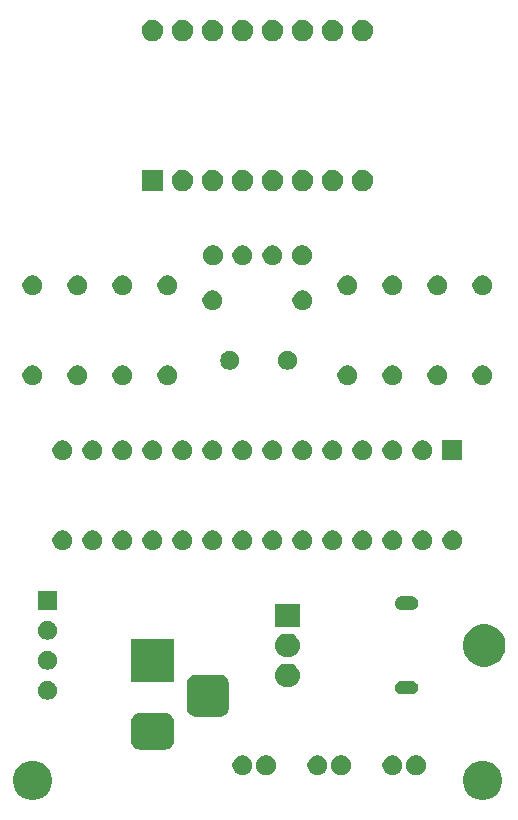
<source format=gts>
G04 #@! TF.GenerationSoftware,KiCad,Pcbnew,(5.1.5)-3*
G04 #@! TF.CreationDate,2020-01-03T21:25:54+01:00*
G04 #@! TF.ProjectId,DHT_Disp_1,4448545f-4469-4737-905f-312e6b696361,rev?*
G04 #@! TF.SameCoordinates,Original*
G04 #@! TF.FileFunction,Soldermask,Top*
G04 #@! TF.FilePolarity,Negative*
%FSLAX46Y46*%
G04 Gerber Fmt 4.6, Leading zero omitted, Abs format (unit mm)*
G04 Created by KiCad (PCBNEW (5.1.5)-3) date 2020-01-03 21:25:54*
%MOMM*%
%LPD*%
G04 APERTURE LIST*
%ADD10C,0.100000*%
G04 APERTURE END LIST*
D10*
G36*
X156585256Y-133011298D02*
G01*
X156691579Y-133032447D01*
X156992042Y-133156903D01*
X157262451Y-133337585D01*
X157492415Y-133567549D01*
X157673097Y-133837958D01*
X157797553Y-134138421D01*
X157861000Y-134457391D01*
X157861000Y-134782609D01*
X157797553Y-135101579D01*
X157673097Y-135402042D01*
X157492415Y-135672451D01*
X157262451Y-135902415D01*
X156992042Y-136083097D01*
X156691579Y-136207553D01*
X156585256Y-136228702D01*
X156372611Y-136271000D01*
X156047389Y-136271000D01*
X155834744Y-136228702D01*
X155728421Y-136207553D01*
X155427958Y-136083097D01*
X155157549Y-135902415D01*
X154927585Y-135672451D01*
X154746903Y-135402042D01*
X154622447Y-135101579D01*
X154559000Y-134782609D01*
X154559000Y-134457391D01*
X154622447Y-134138421D01*
X154746903Y-133837958D01*
X154927585Y-133567549D01*
X155157549Y-133337585D01*
X155427958Y-133156903D01*
X155728421Y-133032447D01*
X155834744Y-133011298D01*
X156047389Y-132969000D01*
X156372611Y-132969000D01*
X156585256Y-133011298D01*
G37*
G36*
X118485256Y-133011298D02*
G01*
X118591579Y-133032447D01*
X118892042Y-133156903D01*
X119162451Y-133337585D01*
X119392415Y-133567549D01*
X119573097Y-133837958D01*
X119697553Y-134138421D01*
X119761000Y-134457391D01*
X119761000Y-134782609D01*
X119697553Y-135101579D01*
X119573097Y-135402042D01*
X119392415Y-135672451D01*
X119162451Y-135902415D01*
X118892042Y-136083097D01*
X118591579Y-136207553D01*
X118485256Y-136228702D01*
X118272611Y-136271000D01*
X117947389Y-136271000D01*
X117734744Y-136228702D01*
X117628421Y-136207553D01*
X117327958Y-136083097D01*
X117057549Y-135902415D01*
X116827585Y-135672451D01*
X116646903Y-135402042D01*
X116522447Y-135101579D01*
X116459000Y-134782609D01*
X116459000Y-134457391D01*
X116522447Y-134138421D01*
X116646903Y-133837958D01*
X116827585Y-133567549D01*
X117057549Y-133337585D01*
X117327958Y-133156903D01*
X117628421Y-133032447D01*
X117734744Y-133011298D01*
X117947389Y-132969000D01*
X118272611Y-132969000D01*
X118485256Y-133011298D01*
G37*
G36*
X144488228Y-132531703D02*
G01*
X144643100Y-132595853D01*
X144782481Y-132688985D01*
X144901015Y-132807519D01*
X144994147Y-132946900D01*
X145058297Y-133101772D01*
X145091000Y-133266184D01*
X145091000Y-133433816D01*
X145058297Y-133598228D01*
X144994147Y-133753100D01*
X144901015Y-133892481D01*
X144782481Y-134011015D01*
X144643100Y-134104147D01*
X144488228Y-134168297D01*
X144323816Y-134201000D01*
X144156184Y-134201000D01*
X143991772Y-134168297D01*
X143836900Y-134104147D01*
X143697519Y-134011015D01*
X143578985Y-133892481D01*
X143485853Y-133753100D01*
X143421703Y-133598228D01*
X143389000Y-133433816D01*
X143389000Y-133266184D01*
X143421703Y-133101772D01*
X143485853Y-132946900D01*
X143578985Y-132807519D01*
X143697519Y-132688985D01*
X143836900Y-132595853D01*
X143991772Y-132531703D01*
X144156184Y-132499000D01*
X144323816Y-132499000D01*
X144488228Y-132531703D01*
G37*
G36*
X148838228Y-132531703D02*
G01*
X148993100Y-132595853D01*
X149132481Y-132688985D01*
X149251015Y-132807519D01*
X149344147Y-132946900D01*
X149408297Y-133101772D01*
X149441000Y-133266184D01*
X149441000Y-133433816D01*
X149408297Y-133598228D01*
X149344147Y-133753100D01*
X149251015Y-133892481D01*
X149132481Y-134011015D01*
X148993100Y-134104147D01*
X148838228Y-134168297D01*
X148673816Y-134201000D01*
X148506184Y-134201000D01*
X148341772Y-134168297D01*
X148186900Y-134104147D01*
X148047519Y-134011015D01*
X147928985Y-133892481D01*
X147835853Y-133753100D01*
X147771703Y-133598228D01*
X147739000Y-133433816D01*
X147739000Y-133266184D01*
X147771703Y-133101772D01*
X147835853Y-132946900D01*
X147928985Y-132807519D01*
X148047519Y-132688985D01*
X148186900Y-132595853D01*
X148341772Y-132531703D01*
X148506184Y-132499000D01*
X148673816Y-132499000D01*
X148838228Y-132531703D01*
G37*
G36*
X150838228Y-132531703D02*
G01*
X150993100Y-132595853D01*
X151132481Y-132688985D01*
X151251015Y-132807519D01*
X151344147Y-132946900D01*
X151408297Y-133101772D01*
X151441000Y-133266184D01*
X151441000Y-133433816D01*
X151408297Y-133598228D01*
X151344147Y-133753100D01*
X151251015Y-133892481D01*
X151132481Y-134011015D01*
X150993100Y-134104147D01*
X150838228Y-134168297D01*
X150673816Y-134201000D01*
X150506184Y-134201000D01*
X150341772Y-134168297D01*
X150186900Y-134104147D01*
X150047519Y-134011015D01*
X149928985Y-133892481D01*
X149835853Y-133753100D01*
X149771703Y-133598228D01*
X149739000Y-133433816D01*
X149739000Y-133266184D01*
X149771703Y-133101772D01*
X149835853Y-132946900D01*
X149928985Y-132807519D01*
X150047519Y-132688985D01*
X150186900Y-132595853D01*
X150341772Y-132531703D01*
X150506184Y-132499000D01*
X150673816Y-132499000D01*
X150838228Y-132531703D01*
G37*
G36*
X138138228Y-132531703D02*
G01*
X138293100Y-132595853D01*
X138432481Y-132688985D01*
X138551015Y-132807519D01*
X138644147Y-132946900D01*
X138708297Y-133101772D01*
X138741000Y-133266184D01*
X138741000Y-133433816D01*
X138708297Y-133598228D01*
X138644147Y-133753100D01*
X138551015Y-133892481D01*
X138432481Y-134011015D01*
X138293100Y-134104147D01*
X138138228Y-134168297D01*
X137973816Y-134201000D01*
X137806184Y-134201000D01*
X137641772Y-134168297D01*
X137486900Y-134104147D01*
X137347519Y-134011015D01*
X137228985Y-133892481D01*
X137135853Y-133753100D01*
X137071703Y-133598228D01*
X137039000Y-133433816D01*
X137039000Y-133266184D01*
X137071703Y-133101772D01*
X137135853Y-132946900D01*
X137228985Y-132807519D01*
X137347519Y-132688985D01*
X137486900Y-132595853D01*
X137641772Y-132531703D01*
X137806184Y-132499000D01*
X137973816Y-132499000D01*
X138138228Y-132531703D01*
G37*
G36*
X136138228Y-132531703D02*
G01*
X136293100Y-132595853D01*
X136432481Y-132688985D01*
X136551015Y-132807519D01*
X136644147Y-132946900D01*
X136708297Y-133101772D01*
X136741000Y-133266184D01*
X136741000Y-133433816D01*
X136708297Y-133598228D01*
X136644147Y-133753100D01*
X136551015Y-133892481D01*
X136432481Y-134011015D01*
X136293100Y-134104147D01*
X136138228Y-134168297D01*
X135973816Y-134201000D01*
X135806184Y-134201000D01*
X135641772Y-134168297D01*
X135486900Y-134104147D01*
X135347519Y-134011015D01*
X135228985Y-133892481D01*
X135135853Y-133753100D01*
X135071703Y-133598228D01*
X135039000Y-133433816D01*
X135039000Y-133266184D01*
X135071703Y-133101772D01*
X135135853Y-132946900D01*
X135228985Y-132807519D01*
X135347519Y-132688985D01*
X135486900Y-132595853D01*
X135641772Y-132531703D01*
X135806184Y-132499000D01*
X135973816Y-132499000D01*
X136138228Y-132531703D01*
G37*
G36*
X142488228Y-132531703D02*
G01*
X142643100Y-132595853D01*
X142782481Y-132688985D01*
X142901015Y-132807519D01*
X142994147Y-132946900D01*
X143058297Y-133101772D01*
X143091000Y-133266184D01*
X143091000Y-133433816D01*
X143058297Y-133598228D01*
X142994147Y-133753100D01*
X142901015Y-133892481D01*
X142782481Y-134011015D01*
X142643100Y-134104147D01*
X142488228Y-134168297D01*
X142323816Y-134201000D01*
X142156184Y-134201000D01*
X141991772Y-134168297D01*
X141836900Y-134104147D01*
X141697519Y-134011015D01*
X141578985Y-133892481D01*
X141485853Y-133753100D01*
X141421703Y-133598228D01*
X141389000Y-133433816D01*
X141389000Y-133266184D01*
X141421703Y-133101772D01*
X141485853Y-132946900D01*
X141578985Y-132807519D01*
X141697519Y-132688985D01*
X141836900Y-132595853D01*
X141991772Y-132531703D01*
X142156184Y-132499000D01*
X142323816Y-132499000D01*
X142488228Y-132531703D01*
G37*
G36*
X129496979Y-128923293D02*
G01*
X129630625Y-128963834D01*
X129753784Y-129029664D01*
X129861740Y-129118260D01*
X129950336Y-129226216D01*
X130016166Y-129349375D01*
X130056707Y-129483021D01*
X130071000Y-129628140D01*
X130071000Y-131291860D01*
X130056707Y-131436979D01*
X130016166Y-131570625D01*
X129950336Y-131693784D01*
X129861740Y-131801740D01*
X129753784Y-131890336D01*
X129630625Y-131956166D01*
X129496979Y-131996707D01*
X129351860Y-132011000D01*
X127188140Y-132011000D01*
X127043021Y-131996707D01*
X126909375Y-131956166D01*
X126786216Y-131890336D01*
X126678260Y-131801740D01*
X126589664Y-131693784D01*
X126523834Y-131570625D01*
X126483293Y-131436979D01*
X126469000Y-131291860D01*
X126469000Y-129628140D01*
X126483293Y-129483021D01*
X126523834Y-129349375D01*
X126589664Y-129226216D01*
X126678260Y-129118260D01*
X126786216Y-129029664D01*
X126909375Y-128963834D01*
X127043021Y-128923293D01*
X127188140Y-128909000D01*
X129351860Y-128909000D01*
X129496979Y-128923293D01*
G37*
G36*
X134096366Y-125675695D02*
G01*
X134253460Y-125723349D01*
X134398231Y-125800731D01*
X134525128Y-125904872D01*
X134629269Y-126031769D01*
X134706651Y-126176540D01*
X134754305Y-126333634D01*
X134771000Y-126503140D01*
X134771000Y-128416860D01*
X134754305Y-128586366D01*
X134706651Y-128743460D01*
X134629269Y-128888231D01*
X134525128Y-129015128D01*
X134398231Y-129119269D01*
X134253460Y-129196651D01*
X134096366Y-129244305D01*
X133926860Y-129261000D01*
X132013140Y-129261000D01*
X131843634Y-129244305D01*
X131686540Y-129196651D01*
X131541769Y-129119269D01*
X131414872Y-129015128D01*
X131310731Y-128888231D01*
X131233349Y-128743460D01*
X131185695Y-128586366D01*
X131169000Y-128416860D01*
X131169000Y-126503140D01*
X131185695Y-126333634D01*
X131233349Y-126176540D01*
X131310731Y-126031769D01*
X131414872Y-125904872D01*
X131541769Y-125800731D01*
X131686540Y-125723349D01*
X131843634Y-125675695D01*
X132013140Y-125659000D01*
X133926860Y-125659000D01*
X134096366Y-125675695D01*
G37*
G36*
X119613642Y-126229781D02*
G01*
X119759414Y-126290162D01*
X119759416Y-126290163D01*
X119890608Y-126377822D01*
X120002178Y-126489392D01*
X120049022Y-126559500D01*
X120089838Y-126620586D01*
X120150219Y-126766358D01*
X120181000Y-126921107D01*
X120181000Y-127078893D01*
X120150219Y-127233642D01*
X120089838Y-127379414D01*
X120089837Y-127379416D01*
X120002178Y-127510608D01*
X119890608Y-127622178D01*
X119759416Y-127709837D01*
X119759415Y-127709838D01*
X119759414Y-127709838D01*
X119613642Y-127770219D01*
X119458893Y-127801000D01*
X119301107Y-127801000D01*
X119146358Y-127770219D01*
X119000586Y-127709838D01*
X119000585Y-127709838D01*
X119000584Y-127709837D01*
X118869392Y-127622178D01*
X118757822Y-127510608D01*
X118670163Y-127379416D01*
X118670162Y-127379414D01*
X118609781Y-127233642D01*
X118579000Y-127078893D01*
X118579000Y-126921107D01*
X118609781Y-126766358D01*
X118670162Y-126620586D01*
X118710978Y-126559500D01*
X118757822Y-126489392D01*
X118869392Y-126377822D01*
X119000584Y-126290163D01*
X119000586Y-126290162D01*
X119146358Y-126229781D01*
X119301107Y-126199000D01*
X119458893Y-126199000D01*
X119613642Y-126229781D01*
G37*
G36*
X150327916Y-126197334D02*
G01*
X150434880Y-126229782D01*
X150436495Y-126230272D01*
X150472601Y-126249571D01*
X150536557Y-126283756D01*
X150624264Y-126355736D01*
X150696244Y-126443443D01*
X150720804Y-126489392D01*
X150749728Y-126543505D01*
X150749729Y-126543508D01*
X150782666Y-126652084D01*
X150793787Y-126765000D01*
X150782666Y-126877916D01*
X150749729Y-126986492D01*
X150749728Y-126986495D01*
X150730429Y-127022601D01*
X150696244Y-127086557D01*
X150624264Y-127174264D01*
X150536557Y-127246244D01*
X150472601Y-127280429D01*
X150436495Y-127299728D01*
X150436492Y-127299729D01*
X150327916Y-127332666D01*
X150243298Y-127341000D01*
X149336702Y-127341000D01*
X149252084Y-127332666D01*
X149143508Y-127299729D01*
X149143505Y-127299728D01*
X149107399Y-127280429D01*
X149043443Y-127246244D01*
X148955736Y-127174264D01*
X148883756Y-127086557D01*
X148849571Y-127022601D01*
X148830272Y-126986495D01*
X148830271Y-126986492D01*
X148797334Y-126877916D01*
X148786213Y-126765000D01*
X148797334Y-126652084D01*
X148830271Y-126543508D01*
X148830272Y-126543505D01*
X148859196Y-126489392D01*
X148883756Y-126443443D01*
X148955736Y-126355736D01*
X149043443Y-126283756D01*
X149107399Y-126249571D01*
X149143505Y-126230272D01*
X149145120Y-126229782D01*
X149252084Y-126197334D01*
X149336702Y-126189000D01*
X150243298Y-126189000D01*
X150327916Y-126197334D01*
G37*
G36*
X139845936Y-124731340D02*
G01*
X139944220Y-124741020D01*
X140133381Y-124798401D01*
X140307712Y-124891583D01*
X140460515Y-125016985D01*
X140585917Y-125169788D01*
X140679099Y-125344119D01*
X140736480Y-125533280D01*
X140755855Y-125730000D01*
X140736480Y-125926720D01*
X140679099Y-126115881D01*
X140585917Y-126290212D01*
X140460515Y-126443015D01*
X140307712Y-126568417D01*
X140133381Y-126661599D01*
X139944220Y-126718980D01*
X139845936Y-126728660D01*
X139796795Y-126733500D01*
X139603205Y-126733500D01*
X139554064Y-126728660D01*
X139455780Y-126718980D01*
X139266619Y-126661599D01*
X139092288Y-126568417D01*
X138939485Y-126443015D01*
X138814083Y-126290212D01*
X138720901Y-126115881D01*
X138663520Y-125926720D01*
X138644145Y-125730000D01*
X138663520Y-125533280D01*
X138720901Y-125344119D01*
X138814083Y-125169788D01*
X138939485Y-125016985D01*
X139092288Y-124891583D01*
X139266619Y-124798401D01*
X139455780Y-124741020D01*
X139554064Y-124731340D01*
X139603205Y-124726500D01*
X139796795Y-124726500D01*
X139845936Y-124731340D01*
G37*
G36*
X130071000Y-126261000D02*
G01*
X126469000Y-126261000D01*
X126469000Y-122659000D01*
X130071000Y-122659000D01*
X130071000Y-126261000D01*
G37*
G36*
X119613642Y-123689781D02*
G01*
X119759414Y-123750162D01*
X119759416Y-123750163D01*
X119890608Y-123837822D01*
X120002178Y-123949392D01*
X120089837Y-124080584D01*
X120089838Y-124080586D01*
X120150219Y-124226358D01*
X120181000Y-124381107D01*
X120181000Y-124538893D01*
X120150219Y-124693642D01*
X120111952Y-124786026D01*
X120089837Y-124839416D01*
X120002178Y-124970608D01*
X119890608Y-125082178D01*
X119759416Y-125169837D01*
X119759415Y-125169838D01*
X119759414Y-125169838D01*
X119613642Y-125230219D01*
X119458893Y-125261000D01*
X119301107Y-125261000D01*
X119146358Y-125230219D01*
X119000586Y-125169838D01*
X119000585Y-125169838D01*
X119000584Y-125169837D01*
X118869392Y-125082178D01*
X118757822Y-124970608D01*
X118670163Y-124839416D01*
X118648048Y-124786026D01*
X118609781Y-124693642D01*
X118579000Y-124538893D01*
X118579000Y-124381107D01*
X118609781Y-124226358D01*
X118670162Y-124080586D01*
X118670163Y-124080584D01*
X118757822Y-123949392D01*
X118869392Y-123837822D01*
X119000584Y-123750163D01*
X119000586Y-123750162D01*
X119146358Y-123689781D01*
X119301107Y-123659000D01*
X119458893Y-123659000D01*
X119613642Y-123689781D01*
G37*
G36*
X156885331Y-121458211D02*
G01*
X157213092Y-121593974D01*
X157508070Y-121791072D01*
X157758928Y-122041930D01*
X157956026Y-122336908D01*
X158091789Y-122664669D01*
X158161000Y-123012616D01*
X158161000Y-123367384D01*
X158091789Y-123715331D01*
X157956026Y-124043092D01*
X157758928Y-124338070D01*
X157508070Y-124588928D01*
X157213092Y-124786026D01*
X156885331Y-124921789D01*
X156537384Y-124991000D01*
X156182616Y-124991000D01*
X155834669Y-124921789D01*
X155506908Y-124786026D01*
X155211930Y-124588928D01*
X154961072Y-124338070D01*
X154763974Y-124043092D01*
X154628211Y-123715331D01*
X154559000Y-123367384D01*
X154559000Y-123012616D01*
X154628211Y-122664669D01*
X154763974Y-122336908D01*
X154961072Y-122041930D01*
X155211930Y-121791072D01*
X155506908Y-121593974D01*
X155834669Y-121458211D01*
X156182616Y-121389000D01*
X156537384Y-121389000D01*
X156885331Y-121458211D01*
G37*
G36*
X139845936Y-122191340D02*
G01*
X139944220Y-122201020D01*
X140133381Y-122258401D01*
X140307712Y-122351583D01*
X140460515Y-122476985D01*
X140585917Y-122629788D01*
X140679099Y-122804119D01*
X140736480Y-122993280D01*
X140755855Y-123190000D01*
X140736480Y-123386720D01*
X140679099Y-123575881D01*
X140585917Y-123750212D01*
X140460515Y-123903015D01*
X140307712Y-124028417D01*
X140133381Y-124121599D01*
X139944220Y-124178980D01*
X139845936Y-124188660D01*
X139796795Y-124193500D01*
X139603205Y-124193500D01*
X139554064Y-124188660D01*
X139455780Y-124178980D01*
X139266619Y-124121599D01*
X139092288Y-124028417D01*
X138939485Y-123903015D01*
X138814083Y-123750212D01*
X138720901Y-123575881D01*
X138663520Y-123386720D01*
X138644145Y-123190000D01*
X138663520Y-122993280D01*
X138720901Y-122804119D01*
X138814083Y-122629788D01*
X138939485Y-122476985D01*
X139092288Y-122351583D01*
X139266619Y-122258401D01*
X139455780Y-122201020D01*
X139554064Y-122191340D01*
X139603205Y-122186500D01*
X139796795Y-122186500D01*
X139845936Y-122191340D01*
G37*
G36*
X119613642Y-121149781D02*
G01*
X119759414Y-121210162D01*
X119759416Y-121210163D01*
X119890608Y-121297822D01*
X120002178Y-121409392D01*
X120034798Y-121458212D01*
X120089838Y-121540586D01*
X120150219Y-121686358D01*
X120181000Y-121841107D01*
X120181000Y-121998893D01*
X120150219Y-122153642D01*
X120130594Y-122201020D01*
X120089837Y-122299416D01*
X120002178Y-122430608D01*
X119890608Y-122542178D01*
X119759416Y-122629837D01*
X119759415Y-122629838D01*
X119759414Y-122629838D01*
X119613642Y-122690219D01*
X119458893Y-122721000D01*
X119301107Y-122721000D01*
X119146358Y-122690219D01*
X119000586Y-122629838D01*
X119000585Y-122629838D01*
X119000584Y-122629837D01*
X118869392Y-122542178D01*
X118757822Y-122430608D01*
X118670163Y-122299416D01*
X118629406Y-122201020D01*
X118609781Y-122153642D01*
X118579000Y-121998893D01*
X118579000Y-121841107D01*
X118609781Y-121686358D01*
X118670162Y-121540586D01*
X118725202Y-121458212D01*
X118757822Y-121409392D01*
X118869392Y-121297822D01*
X119000584Y-121210163D01*
X119000586Y-121210162D01*
X119146358Y-121149781D01*
X119301107Y-121119000D01*
X119458893Y-121119000D01*
X119613642Y-121149781D01*
G37*
G36*
X140751000Y-121653500D02*
G01*
X138649000Y-121653500D01*
X138649000Y-119646500D01*
X140751000Y-119646500D01*
X140751000Y-121653500D01*
G37*
G36*
X150327916Y-119047334D02*
G01*
X150436492Y-119080271D01*
X150436495Y-119080272D01*
X150472601Y-119099571D01*
X150536557Y-119133756D01*
X150624264Y-119205736D01*
X150696244Y-119293443D01*
X150730429Y-119357399D01*
X150749728Y-119393505D01*
X150749729Y-119393508D01*
X150782666Y-119502084D01*
X150793787Y-119615000D01*
X150782666Y-119727916D01*
X150749729Y-119836492D01*
X150749728Y-119836495D01*
X150730429Y-119872601D01*
X150696244Y-119936557D01*
X150624264Y-120024264D01*
X150536557Y-120096244D01*
X150472601Y-120130429D01*
X150436495Y-120149728D01*
X150436492Y-120149729D01*
X150327916Y-120182666D01*
X150243298Y-120191000D01*
X149336702Y-120191000D01*
X149252084Y-120182666D01*
X149143508Y-120149729D01*
X149143505Y-120149728D01*
X149107399Y-120130429D01*
X149043443Y-120096244D01*
X148955736Y-120024264D01*
X148883756Y-119936557D01*
X148849571Y-119872601D01*
X148830272Y-119836495D01*
X148830271Y-119836492D01*
X148797334Y-119727916D01*
X148786213Y-119615000D01*
X148797334Y-119502084D01*
X148830271Y-119393508D01*
X148830272Y-119393505D01*
X148849571Y-119357399D01*
X148883756Y-119293443D01*
X148955736Y-119205736D01*
X149043443Y-119133756D01*
X149107399Y-119099571D01*
X149143505Y-119080272D01*
X149143508Y-119080271D01*
X149252084Y-119047334D01*
X149336702Y-119039000D01*
X150243298Y-119039000D01*
X150327916Y-119047334D01*
G37*
G36*
X120181000Y-120181000D02*
G01*
X118579000Y-120181000D01*
X118579000Y-118579000D01*
X120181000Y-118579000D01*
X120181000Y-120181000D01*
G37*
G36*
X143758228Y-113481703D02*
G01*
X143913100Y-113545853D01*
X144052481Y-113638985D01*
X144171015Y-113757519D01*
X144264147Y-113896900D01*
X144328297Y-114051772D01*
X144361000Y-114216184D01*
X144361000Y-114383816D01*
X144328297Y-114548228D01*
X144264147Y-114703100D01*
X144171015Y-114842481D01*
X144052481Y-114961015D01*
X143913100Y-115054147D01*
X143758228Y-115118297D01*
X143593816Y-115151000D01*
X143426184Y-115151000D01*
X143261772Y-115118297D01*
X143106900Y-115054147D01*
X142967519Y-114961015D01*
X142848985Y-114842481D01*
X142755853Y-114703100D01*
X142691703Y-114548228D01*
X142659000Y-114383816D01*
X142659000Y-114216184D01*
X142691703Y-114051772D01*
X142755853Y-113896900D01*
X142848985Y-113757519D01*
X142967519Y-113638985D01*
X143106900Y-113545853D01*
X143261772Y-113481703D01*
X143426184Y-113449000D01*
X143593816Y-113449000D01*
X143758228Y-113481703D01*
G37*
G36*
X153918228Y-113481703D02*
G01*
X154073100Y-113545853D01*
X154212481Y-113638985D01*
X154331015Y-113757519D01*
X154424147Y-113896900D01*
X154488297Y-114051772D01*
X154521000Y-114216184D01*
X154521000Y-114383816D01*
X154488297Y-114548228D01*
X154424147Y-114703100D01*
X154331015Y-114842481D01*
X154212481Y-114961015D01*
X154073100Y-115054147D01*
X153918228Y-115118297D01*
X153753816Y-115151000D01*
X153586184Y-115151000D01*
X153421772Y-115118297D01*
X153266900Y-115054147D01*
X153127519Y-114961015D01*
X153008985Y-114842481D01*
X152915853Y-114703100D01*
X152851703Y-114548228D01*
X152819000Y-114383816D01*
X152819000Y-114216184D01*
X152851703Y-114051772D01*
X152915853Y-113896900D01*
X153008985Y-113757519D01*
X153127519Y-113638985D01*
X153266900Y-113545853D01*
X153421772Y-113481703D01*
X153586184Y-113449000D01*
X153753816Y-113449000D01*
X153918228Y-113481703D01*
G37*
G36*
X151378228Y-113481703D02*
G01*
X151533100Y-113545853D01*
X151672481Y-113638985D01*
X151791015Y-113757519D01*
X151884147Y-113896900D01*
X151948297Y-114051772D01*
X151981000Y-114216184D01*
X151981000Y-114383816D01*
X151948297Y-114548228D01*
X151884147Y-114703100D01*
X151791015Y-114842481D01*
X151672481Y-114961015D01*
X151533100Y-115054147D01*
X151378228Y-115118297D01*
X151213816Y-115151000D01*
X151046184Y-115151000D01*
X150881772Y-115118297D01*
X150726900Y-115054147D01*
X150587519Y-114961015D01*
X150468985Y-114842481D01*
X150375853Y-114703100D01*
X150311703Y-114548228D01*
X150279000Y-114383816D01*
X150279000Y-114216184D01*
X150311703Y-114051772D01*
X150375853Y-113896900D01*
X150468985Y-113757519D01*
X150587519Y-113638985D01*
X150726900Y-113545853D01*
X150881772Y-113481703D01*
X151046184Y-113449000D01*
X151213816Y-113449000D01*
X151378228Y-113481703D01*
G37*
G36*
X120898228Y-113481703D02*
G01*
X121053100Y-113545853D01*
X121192481Y-113638985D01*
X121311015Y-113757519D01*
X121404147Y-113896900D01*
X121468297Y-114051772D01*
X121501000Y-114216184D01*
X121501000Y-114383816D01*
X121468297Y-114548228D01*
X121404147Y-114703100D01*
X121311015Y-114842481D01*
X121192481Y-114961015D01*
X121053100Y-115054147D01*
X120898228Y-115118297D01*
X120733816Y-115151000D01*
X120566184Y-115151000D01*
X120401772Y-115118297D01*
X120246900Y-115054147D01*
X120107519Y-114961015D01*
X119988985Y-114842481D01*
X119895853Y-114703100D01*
X119831703Y-114548228D01*
X119799000Y-114383816D01*
X119799000Y-114216184D01*
X119831703Y-114051772D01*
X119895853Y-113896900D01*
X119988985Y-113757519D01*
X120107519Y-113638985D01*
X120246900Y-113545853D01*
X120401772Y-113481703D01*
X120566184Y-113449000D01*
X120733816Y-113449000D01*
X120898228Y-113481703D01*
G37*
G36*
X123438228Y-113481703D02*
G01*
X123593100Y-113545853D01*
X123732481Y-113638985D01*
X123851015Y-113757519D01*
X123944147Y-113896900D01*
X124008297Y-114051772D01*
X124041000Y-114216184D01*
X124041000Y-114383816D01*
X124008297Y-114548228D01*
X123944147Y-114703100D01*
X123851015Y-114842481D01*
X123732481Y-114961015D01*
X123593100Y-115054147D01*
X123438228Y-115118297D01*
X123273816Y-115151000D01*
X123106184Y-115151000D01*
X122941772Y-115118297D01*
X122786900Y-115054147D01*
X122647519Y-114961015D01*
X122528985Y-114842481D01*
X122435853Y-114703100D01*
X122371703Y-114548228D01*
X122339000Y-114383816D01*
X122339000Y-114216184D01*
X122371703Y-114051772D01*
X122435853Y-113896900D01*
X122528985Y-113757519D01*
X122647519Y-113638985D01*
X122786900Y-113545853D01*
X122941772Y-113481703D01*
X123106184Y-113449000D01*
X123273816Y-113449000D01*
X123438228Y-113481703D01*
G37*
G36*
X125978228Y-113481703D02*
G01*
X126133100Y-113545853D01*
X126272481Y-113638985D01*
X126391015Y-113757519D01*
X126484147Y-113896900D01*
X126548297Y-114051772D01*
X126581000Y-114216184D01*
X126581000Y-114383816D01*
X126548297Y-114548228D01*
X126484147Y-114703100D01*
X126391015Y-114842481D01*
X126272481Y-114961015D01*
X126133100Y-115054147D01*
X125978228Y-115118297D01*
X125813816Y-115151000D01*
X125646184Y-115151000D01*
X125481772Y-115118297D01*
X125326900Y-115054147D01*
X125187519Y-114961015D01*
X125068985Y-114842481D01*
X124975853Y-114703100D01*
X124911703Y-114548228D01*
X124879000Y-114383816D01*
X124879000Y-114216184D01*
X124911703Y-114051772D01*
X124975853Y-113896900D01*
X125068985Y-113757519D01*
X125187519Y-113638985D01*
X125326900Y-113545853D01*
X125481772Y-113481703D01*
X125646184Y-113449000D01*
X125813816Y-113449000D01*
X125978228Y-113481703D01*
G37*
G36*
X128518228Y-113481703D02*
G01*
X128673100Y-113545853D01*
X128812481Y-113638985D01*
X128931015Y-113757519D01*
X129024147Y-113896900D01*
X129088297Y-114051772D01*
X129121000Y-114216184D01*
X129121000Y-114383816D01*
X129088297Y-114548228D01*
X129024147Y-114703100D01*
X128931015Y-114842481D01*
X128812481Y-114961015D01*
X128673100Y-115054147D01*
X128518228Y-115118297D01*
X128353816Y-115151000D01*
X128186184Y-115151000D01*
X128021772Y-115118297D01*
X127866900Y-115054147D01*
X127727519Y-114961015D01*
X127608985Y-114842481D01*
X127515853Y-114703100D01*
X127451703Y-114548228D01*
X127419000Y-114383816D01*
X127419000Y-114216184D01*
X127451703Y-114051772D01*
X127515853Y-113896900D01*
X127608985Y-113757519D01*
X127727519Y-113638985D01*
X127866900Y-113545853D01*
X128021772Y-113481703D01*
X128186184Y-113449000D01*
X128353816Y-113449000D01*
X128518228Y-113481703D01*
G37*
G36*
X131058228Y-113481703D02*
G01*
X131213100Y-113545853D01*
X131352481Y-113638985D01*
X131471015Y-113757519D01*
X131564147Y-113896900D01*
X131628297Y-114051772D01*
X131661000Y-114216184D01*
X131661000Y-114383816D01*
X131628297Y-114548228D01*
X131564147Y-114703100D01*
X131471015Y-114842481D01*
X131352481Y-114961015D01*
X131213100Y-115054147D01*
X131058228Y-115118297D01*
X130893816Y-115151000D01*
X130726184Y-115151000D01*
X130561772Y-115118297D01*
X130406900Y-115054147D01*
X130267519Y-114961015D01*
X130148985Y-114842481D01*
X130055853Y-114703100D01*
X129991703Y-114548228D01*
X129959000Y-114383816D01*
X129959000Y-114216184D01*
X129991703Y-114051772D01*
X130055853Y-113896900D01*
X130148985Y-113757519D01*
X130267519Y-113638985D01*
X130406900Y-113545853D01*
X130561772Y-113481703D01*
X130726184Y-113449000D01*
X130893816Y-113449000D01*
X131058228Y-113481703D01*
G37*
G36*
X133598228Y-113481703D02*
G01*
X133753100Y-113545853D01*
X133892481Y-113638985D01*
X134011015Y-113757519D01*
X134104147Y-113896900D01*
X134168297Y-114051772D01*
X134201000Y-114216184D01*
X134201000Y-114383816D01*
X134168297Y-114548228D01*
X134104147Y-114703100D01*
X134011015Y-114842481D01*
X133892481Y-114961015D01*
X133753100Y-115054147D01*
X133598228Y-115118297D01*
X133433816Y-115151000D01*
X133266184Y-115151000D01*
X133101772Y-115118297D01*
X132946900Y-115054147D01*
X132807519Y-114961015D01*
X132688985Y-114842481D01*
X132595853Y-114703100D01*
X132531703Y-114548228D01*
X132499000Y-114383816D01*
X132499000Y-114216184D01*
X132531703Y-114051772D01*
X132595853Y-113896900D01*
X132688985Y-113757519D01*
X132807519Y-113638985D01*
X132946900Y-113545853D01*
X133101772Y-113481703D01*
X133266184Y-113449000D01*
X133433816Y-113449000D01*
X133598228Y-113481703D01*
G37*
G36*
X136138228Y-113481703D02*
G01*
X136293100Y-113545853D01*
X136432481Y-113638985D01*
X136551015Y-113757519D01*
X136644147Y-113896900D01*
X136708297Y-114051772D01*
X136741000Y-114216184D01*
X136741000Y-114383816D01*
X136708297Y-114548228D01*
X136644147Y-114703100D01*
X136551015Y-114842481D01*
X136432481Y-114961015D01*
X136293100Y-115054147D01*
X136138228Y-115118297D01*
X135973816Y-115151000D01*
X135806184Y-115151000D01*
X135641772Y-115118297D01*
X135486900Y-115054147D01*
X135347519Y-114961015D01*
X135228985Y-114842481D01*
X135135853Y-114703100D01*
X135071703Y-114548228D01*
X135039000Y-114383816D01*
X135039000Y-114216184D01*
X135071703Y-114051772D01*
X135135853Y-113896900D01*
X135228985Y-113757519D01*
X135347519Y-113638985D01*
X135486900Y-113545853D01*
X135641772Y-113481703D01*
X135806184Y-113449000D01*
X135973816Y-113449000D01*
X136138228Y-113481703D01*
G37*
G36*
X148838228Y-113481703D02*
G01*
X148993100Y-113545853D01*
X149132481Y-113638985D01*
X149251015Y-113757519D01*
X149344147Y-113896900D01*
X149408297Y-114051772D01*
X149441000Y-114216184D01*
X149441000Y-114383816D01*
X149408297Y-114548228D01*
X149344147Y-114703100D01*
X149251015Y-114842481D01*
X149132481Y-114961015D01*
X148993100Y-115054147D01*
X148838228Y-115118297D01*
X148673816Y-115151000D01*
X148506184Y-115151000D01*
X148341772Y-115118297D01*
X148186900Y-115054147D01*
X148047519Y-114961015D01*
X147928985Y-114842481D01*
X147835853Y-114703100D01*
X147771703Y-114548228D01*
X147739000Y-114383816D01*
X147739000Y-114216184D01*
X147771703Y-114051772D01*
X147835853Y-113896900D01*
X147928985Y-113757519D01*
X148047519Y-113638985D01*
X148186900Y-113545853D01*
X148341772Y-113481703D01*
X148506184Y-113449000D01*
X148673816Y-113449000D01*
X148838228Y-113481703D01*
G37*
G36*
X138678228Y-113481703D02*
G01*
X138833100Y-113545853D01*
X138972481Y-113638985D01*
X139091015Y-113757519D01*
X139184147Y-113896900D01*
X139248297Y-114051772D01*
X139281000Y-114216184D01*
X139281000Y-114383816D01*
X139248297Y-114548228D01*
X139184147Y-114703100D01*
X139091015Y-114842481D01*
X138972481Y-114961015D01*
X138833100Y-115054147D01*
X138678228Y-115118297D01*
X138513816Y-115151000D01*
X138346184Y-115151000D01*
X138181772Y-115118297D01*
X138026900Y-115054147D01*
X137887519Y-114961015D01*
X137768985Y-114842481D01*
X137675853Y-114703100D01*
X137611703Y-114548228D01*
X137579000Y-114383816D01*
X137579000Y-114216184D01*
X137611703Y-114051772D01*
X137675853Y-113896900D01*
X137768985Y-113757519D01*
X137887519Y-113638985D01*
X138026900Y-113545853D01*
X138181772Y-113481703D01*
X138346184Y-113449000D01*
X138513816Y-113449000D01*
X138678228Y-113481703D01*
G37*
G36*
X141218228Y-113481703D02*
G01*
X141373100Y-113545853D01*
X141512481Y-113638985D01*
X141631015Y-113757519D01*
X141724147Y-113896900D01*
X141788297Y-114051772D01*
X141821000Y-114216184D01*
X141821000Y-114383816D01*
X141788297Y-114548228D01*
X141724147Y-114703100D01*
X141631015Y-114842481D01*
X141512481Y-114961015D01*
X141373100Y-115054147D01*
X141218228Y-115118297D01*
X141053816Y-115151000D01*
X140886184Y-115151000D01*
X140721772Y-115118297D01*
X140566900Y-115054147D01*
X140427519Y-114961015D01*
X140308985Y-114842481D01*
X140215853Y-114703100D01*
X140151703Y-114548228D01*
X140119000Y-114383816D01*
X140119000Y-114216184D01*
X140151703Y-114051772D01*
X140215853Y-113896900D01*
X140308985Y-113757519D01*
X140427519Y-113638985D01*
X140566900Y-113545853D01*
X140721772Y-113481703D01*
X140886184Y-113449000D01*
X141053816Y-113449000D01*
X141218228Y-113481703D01*
G37*
G36*
X146298228Y-113481703D02*
G01*
X146453100Y-113545853D01*
X146592481Y-113638985D01*
X146711015Y-113757519D01*
X146804147Y-113896900D01*
X146868297Y-114051772D01*
X146901000Y-114216184D01*
X146901000Y-114383816D01*
X146868297Y-114548228D01*
X146804147Y-114703100D01*
X146711015Y-114842481D01*
X146592481Y-114961015D01*
X146453100Y-115054147D01*
X146298228Y-115118297D01*
X146133816Y-115151000D01*
X145966184Y-115151000D01*
X145801772Y-115118297D01*
X145646900Y-115054147D01*
X145507519Y-114961015D01*
X145388985Y-114842481D01*
X145295853Y-114703100D01*
X145231703Y-114548228D01*
X145199000Y-114383816D01*
X145199000Y-114216184D01*
X145231703Y-114051772D01*
X145295853Y-113896900D01*
X145388985Y-113757519D01*
X145507519Y-113638985D01*
X145646900Y-113545853D01*
X145801772Y-113481703D01*
X145966184Y-113449000D01*
X146133816Y-113449000D01*
X146298228Y-113481703D01*
G37*
G36*
X141218228Y-105861703D02*
G01*
X141373100Y-105925853D01*
X141512481Y-106018985D01*
X141631015Y-106137519D01*
X141724147Y-106276900D01*
X141788297Y-106431772D01*
X141821000Y-106596184D01*
X141821000Y-106763816D01*
X141788297Y-106928228D01*
X141724147Y-107083100D01*
X141631015Y-107222481D01*
X141512481Y-107341015D01*
X141373100Y-107434147D01*
X141218228Y-107498297D01*
X141053816Y-107531000D01*
X140886184Y-107531000D01*
X140721772Y-107498297D01*
X140566900Y-107434147D01*
X140427519Y-107341015D01*
X140308985Y-107222481D01*
X140215853Y-107083100D01*
X140151703Y-106928228D01*
X140119000Y-106763816D01*
X140119000Y-106596184D01*
X140151703Y-106431772D01*
X140215853Y-106276900D01*
X140308985Y-106137519D01*
X140427519Y-106018985D01*
X140566900Y-105925853D01*
X140721772Y-105861703D01*
X140886184Y-105829000D01*
X141053816Y-105829000D01*
X141218228Y-105861703D01*
G37*
G36*
X136138228Y-105861703D02*
G01*
X136293100Y-105925853D01*
X136432481Y-106018985D01*
X136551015Y-106137519D01*
X136644147Y-106276900D01*
X136708297Y-106431772D01*
X136741000Y-106596184D01*
X136741000Y-106763816D01*
X136708297Y-106928228D01*
X136644147Y-107083100D01*
X136551015Y-107222481D01*
X136432481Y-107341015D01*
X136293100Y-107434147D01*
X136138228Y-107498297D01*
X135973816Y-107531000D01*
X135806184Y-107531000D01*
X135641772Y-107498297D01*
X135486900Y-107434147D01*
X135347519Y-107341015D01*
X135228985Y-107222481D01*
X135135853Y-107083100D01*
X135071703Y-106928228D01*
X135039000Y-106763816D01*
X135039000Y-106596184D01*
X135071703Y-106431772D01*
X135135853Y-106276900D01*
X135228985Y-106137519D01*
X135347519Y-106018985D01*
X135486900Y-105925853D01*
X135641772Y-105861703D01*
X135806184Y-105829000D01*
X135973816Y-105829000D01*
X136138228Y-105861703D01*
G37*
G36*
X143758228Y-105861703D02*
G01*
X143913100Y-105925853D01*
X144052481Y-106018985D01*
X144171015Y-106137519D01*
X144264147Y-106276900D01*
X144328297Y-106431772D01*
X144361000Y-106596184D01*
X144361000Y-106763816D01*
X144328297Y-106928228D01*
X144264147Y-107083100D01*
X144171015Y-107222481D01*
X144052481Y-107341015D01*
X143913100Y-107434147D01*
X143758228Y-107498297D01*
X143593816Y-107531000D01*
X143426184Y-107531000D01*
X143261772Y-107498297D01*
X143106900Y-107434147D01*
X142967519Y-107341015D01*
X142848985Y-107222481D01*
X142755853Y-107083100D01*
X142691703Y-106928228D01*
X142659000Y-106763816D01*
X142659000Y-106596184D01*
X142691703Y-106431772D01*
X142755853Y-106276900D01*
X142848985Y-106137519D01*
X142967519Y-106018985D01*
X143106900Y-105925853D01*
X143261772Y-105861703D01*
X143426184Y-105829000D01*
X143593816Y-105829000D01*
X143758228Y-105861703D01*
G37*
G36*
X146298228Y-105861703D02*
G01*
X146453100Y-105925853D01*
X146592481Y-106018985D01*
X146711015Y-106137519D01*
X146804147Y-106276900D01*
X146868297Y-106431772D01*
X146901000Y-106596184D01*
X146901000Y-106763816D01*
X146868297Y-106928228D01*
X146804147Y-107083100D01*
X146711015Y-107222481D01*
X146592481Y-107341015D01*
X146453100Y-107434147D01*
X146298228Y-107498297D01*
X146133816Y-107531000D01*
X145966184Y-107531000D01*
X145801772Y-107498297D01*
X145646900Y-107434147D01*
X145507519Y-107341015D01*
X145388985Y-107222481D01*
X145295853Y-107083100D01*
X145231703Y-106928228D01*
X145199000Y-106763816D01*
X145199000Y-106596184D01*
X145231703Y-106431772D01*
X145295853Y-106276900D01*
X145388985Y-106137519D01*
X145507519Y-106018985D01*
X145646900Y-105925853D01*
X145801772Y-105861703D01*
X145966184Y-105829000D01*
X146133816Y-105829000D01*
X146298228Y-105861703D01*
G37*
G36*
X133598228Y-105861703D02*
G01*
X133753100Y-105925853D01*
X133892481Y-106018985D01*
X134011015Y-106137519D01*
X134104147Y-106276900D01*
X134168297Y-106431772D01*
X134201000Y-106596184D01*
X134201000Y-106763816D01*
X134168297Y-106928228D01*
X134104147Y-107083100D01*
X134011015Y-107222481D01*
X133892481Y-107341015D01*
X133753100Y-107434147D01*
X133598228Y-107498297D01*
X133433816Y-107531000D01*
X133266184Y-107531000D01*
X133101772Y-107498297D01*
X132946900Y-107434147D01*
X132807519Y-107341015D01*
X132688985Y-107222481D01*
X132595853Y-107083100D01*
X132531703Y-106928228D01*
X132499000Y-106763816D01*
X132499000Y-106596184D01*
X132531703Y-106431772D01*
X132595853Y-106276900D01*
X132688985Y-106137519D01*
X132807519Y-106018985D01*
X132946900Y-105925853D01*
X133101772Y-105861703D01*
X133266184Y-105829000D01*
X133433816Y-105829000D01*
X133598228Y-105861703D01*
G37*
G36*
X148838228Y-105861703D02*
G01*
X148993100Y-105925853D01*
X149132481Y-106018985D01*
X149251015Y-106137519D01*
X149344147Y-106276900D01*
X149408297Y-106431772D01*
X149441000Y-106596184D01*
X149441000Y-106763816D01*
X149408297Y-106928228D01*
X149344147Y-107083100D01*
X149251015Y-107222481D01*
X149132481Y-107341015D01*
X148993100Y-107434147D01*
X148838228Y-107498297D01*
X148673816Y-107531000D01*
X148506184Y-107531000D01*
X148341772Y-107498297D01*
X148186900Y-107434147D01*
X148047519Y-107341015D01*
X147928985Y-107222481D01*
X147835853Y-107083100D01*
X147771703Y-106928228D01*
X147739000Y-106763816D01*
X147739000Y-106596184D01*
X147771703Y-106431772D01*
X147835853Y-106276900D01*
X147928985Y-106137519D01*
X148047519Y-106018985D01*
X148186900Y-105925853D01*
X148341772Y-105861703D01*
X148506184Y-105829000D01*
X148673816Y-105829000D01*
X148838228Y-105861703D01*
G37*
G36*
X154521000Y-107531000D02*
G01*
X152819000Y-107531000D01*
X152819000Y-105829000D01*
X154521000Y-105829000D01*
X154521000Y-107531000D01*
G37*
G36*
X131058228Y-105861703D02*
G01*
X131213100Y-105925853D01*
X131352481Y-106018985D01*
X131471015Y-106137519D01*
X131564147Y-106276900D01*
X131628297Y-106431772D01*
X131661000Y-106596184D01*
X131661000Y-106763816D01*
X131628297Y-106928228D01*
X131564147Y-107083100D01*
X131471015Y-107222481D01*
X131352481Y-107341015D01*
X131213100Y-107434147D01*
X131058228Y-107498297D01*
X130893816Y-107531000D01*
X130726184Y-107531000D01*
X130561772Y-107498297D01*
X130406900Y-107434147D01*
X130267519Y-107341015D01*
X130148985Y-107222481D01*
X130055853Y-107083100D01*
X129991703Y-106928228D01*
X129959000Y-106763816D01*
X129959000Y-106596184D01*
X129991703Y-106431772D01*
X130055853Y-106276900D01*
X130148985Y-106137519D01*
X130267519Y-106018985D01*
X130406900Y-105925853D01*
X130561772Y-105861703D01*
X130726184Y-105829000D01*
X130893816Y-105829000D01*
X131058228Y-105861703D01*
G37*
G36*
X151378228Y-105861703D02*
G01*
X151533100Y-105925853D01*
X151672481Y-106018985D01*
X151791015Y-106137519D01*
X151884147Y-106276900D01*
X151948297Y-106431772D01*
X151981000Y-106596184D01*
X151981000Y-106763816D01*
X151948297Y-106928228D01*
X151884147Y-107083100D01*
X151791015Y-107222481D01*
X151672481Y-107341015D01*
X151533100Y-107434147D01*
X151378228Y-107498297D01*
X151213816Y-107531000D01*
X151046184Y-107531000D01*
X150881772Y-107498297D01*
X150726900Y-107434147D01*
X150587519Y-107341015D01*
X150468985Y-107222481D01*
X150375853Y-107083100D01*
X150311703Y-106928228D01*
X150279000Y-106763816D01*
X150279000Y-106596184D01*
X150311703Y-106431772D01*
X150375853Y-106276900D01*
X150468985Y-106137519D01*
X150587519Y-106018985D01*
X150726900Y-105925853D01*
X150881772Y-105861703D01*
X151046184Y-105829000D01*
X151213816Y-105829000D01*
X151378228Y-105861703D01*
G37*
G36*
X123438228Y-105861703D02*
G01*
X123593100Y-105925853D01*
X123732481Y-106018985D01*
X123851015Y-106137519D01*
X123944147Y-106276900D01*
X124008297Y-106431772D01*
X124041000Y-106596184D01*
X124041000Y-106763816D01*
X124008297Y-106928228D01*
X123944147Y-107083100D01*
X123851015Y-107222481D01*
X123732481Y-107341015D01*
X123593100Y-107434147D01*
X123438228Y-107498297D01*
X123273816Y-107531000D01*
X123106184Y-107531000D01*
X122941772Y-107498297D01*
X122786900Y-107434147D01*
X122647519Y-107341015D01*
X122528985Y-107222481D01*
X122435853Y-107083100D01*
X122371703Y-106928228D01*
X122339000Y-106763816D01*
X122339000Y-106596184D01*
X122371703Y-106431772D01*
X122435853Y-106276900D01*
X122528985Y-106137519D01*
X122647519Y-106018985D01*
X122786900Y-105925853D01*
X122941772Y-105861703D01*
X123106184Y-105829000D01*
X123273816Y-105829000D01*
X123438228Y-105861703D01*
G37*
G36*
X138678228Y-105861703D02*
G01*
X138833100Y-105925853D01*
X138972481Y-106018985D01*
X139091015Y-106137519D01*
X139184147Y-106276900D01*
X139248297Y-106431772D01*
X139281000Y-106596184D01*
X139281000Y-106763816D01*
X139248297Y-106928228D01*
X139184147Y-107083100D01*
X139091015Y-107222481D01*
X138972481Y-107341015D01*
X138833100Y-107434147D01*
X138678228Y-107498297D01*
X138513816Y-107531000D01*
X138346184Y-107531000D01*
X138181772Y-107498297D01*
X138026900Y-107434147D01*
X137887519Y-107341015D01*
X137768985Y-107222481D01*
X137675853Y-107083100D01*
X137611703Y-106928228D01*
X137579000Y-106763816D01*
X137579000Y-106596184D01*
X137611703Y-106431772D01*
X137675853Y-106276900D01*
X137768985Y-106137519D01*
X137887519Y-106018985D01*
X138026900Y-105925853D01*
X138181772Y-105861703D01*
X138346184Y-105829000D01*
X138513816Y-105829000D01*
X138678228Y-105861703D01*
G37*
G36*
X120898228Y-105861703D02*
G01*
X121053100Y-105925853D01*
X121192481Y-106018985D01*
X121311015Y-106137519D01*
X121404147Y-106276900D01*
X121468297Y-106431772D01*
X121501000Y-106596184D01*
X121501000Y-106763816D01*
X121468297Y-106928228D01*
X121404147Y-107083100D01*
X121311015Y-107222481D01*
X121192481Y-107341015D01*
X121053100Y-107434147D01*
X120898228Y-107498297D01*
X120733816Y-107531000D01*
X120566184Y-107531000D01*
X120401772Y-107498297D01*
X120246900Y-107434147D01*
X120107519Y-107341015D01*
X119988985Y-107222481D01*
X119895853Y-107083100D01*
X119831703Y-106928228D01*
X119799000Y-106763816D01*
X119799000Y-106596184D01*
X119831703Y-106431772D01*
X119895853Y-106276900D01*
X119988985Y-106137519D01*
X120107519Y-106018985D01*
X120246900Y-105925853D01*
X120401772Y-105861703D01*
X120566184Y-105829000D01*
X120733816Y-105829000D01*
X120898228Y-105861703D01*
G37*
G36*
X128518228Y-105861703D02*
G01*
X128673100Y-105925853D01*
X128812481Y-106018985D01*
X128931015Y-106137519D01*
X129024147Y-106276900D01*
X129088297Y-106431772D01*
X129121000Y-106596184D01*
X129121000Y-106763816D01*
X129088297Y-106928228D01*
X129024147Y-107083100D01*
X128931015Y-107222481D01*
X128812481Y-107341015D01*
X128673100Y-107434147D01*
X128518228Y-107498297D01*
X128353816Y-107531000D01*
X128186184Y-107531000D01*
X128021772Y-107498297D01*
X127866900Y-107434147D01*
X127727519Y-107341015D01*
X127608985Y-107222481D01*
X127515853Y-107083100D01*
X127451703Y-106928228D01*
X127419000Y-106763816D01*
X127419000Y-106596184D01*
X127451703Y-106431772D01*
X127515853Y-106276900D01*
X127608985Y-106137519D01*
X127727519Y-106018985D01*
X127866900Y-105925853D01*
X128021772Y-105861703D01*
X128186184Y-105829000D01*
X128353816Y-105829000D01*
X128518228Y-105861703D01*
G37*
G36*
X125978228Y-105861703D02*
G01*
X126133100Y-105925853D01*
X126272481Y-106018985D01*
X126391015Y-106137519D01*
X126484147Y-106276900D01*
X126548297Y-106431772D01*
X126581000Y-106596184D01*
X126581000Y-106763816D01*
X126548297Y-106928228D01*
X126484147Y-107083100D01*
X126391015Y-107222481D01*
X126272481Y-107341015D01*
X126133100Y-107434147D01*
X125978228Y-107498297D01*
X125813816Y-107531000D01*
X125646184Y-107531000D01*
X125481772Y-107498297D01*
X125326900Y-107434147D01*
X125187519Y-107341015D01*
X125068985Y-107222481D01*
X124975853Y-107083100D01*
X124911703Y-106928228D01*
X124879000Y-106763816D01*
X124879000Y-106596184D01*
X124911703Y-106431772D01*
X124975853Y-106276900D01*
X125068985Y-106137519D01*
X125187519Y-106018985D01*
X125326900Y-105925853D01*
X125481772Y-105861703D01*
X125646184Y-105829000D01*
X125813816Y-105829000D01*
X125978228Y-105861703D01*
G37*
G36*
X125978228Y-99511703D02*
G01*
X126133100Y-99575853D01*
X126272481Y-99668985D01*
X126391015Y-99787519D01*
X126484147Y-99926900D01*
X126548297Y-100081772D01*
X126581000Y-100246184D01*
X126581000Y-100413816D01*
X126548297Y-100578228D01*
X126484147Y-100733100D01*
X126391015Y-100872481D01*
X126272481Y-100991015D01*
X126133100Y-101084147D01*
X125978228Y-101148297D01*
X125813816Y-101181000D01*
X125646184Y-101181000D01*
X125481772Y-101148297D01*
X125326900Y-101084147D01*
X125187519Y-100991015D01*
X125068985Y-100872481D01*
X124975853Y-100733100D01*
X124911703Y-100578228D01*
X124879000Y-100413816D01*
X124879000Y-100246184D01*
X124911703Y-100081772D01*
X124975853Y-99926900D01*
X125068985Y-99787519D01*
X125187519Y-99668985D01*
X125326900Y-99575853D01*
X125481772Y-99511703D01*
X125646184Y-99479000D01*
X125813816Y-99479000D01*
X125978228Y-99511703D01*
G37*
G36*
X122168228Y-99511703D02*
G01*
X122323100Y-99575853D01*
X122462481Y-99668985D01*
X122581015Y-99787519D01*
X122674147Y-99926900D01*
X122738297Y-100081772D01*
X122771000Y-100246184D01*
X122771000Y-100413816D01*
X122738297Y-100578228D01*
X122674147Y-100733100D01*
X122581015Y-100872481D01*
X122462481Y-100991015D01*
X122323100Y-101084147D01*
X122168228Y-101148297D01*
X122003816Y-101181000D01*
X121836184Y-101181000D01*
X121671772Y-101148297D01*
X121516900Y-101084147D01*
X121377519Y-100991015D01*
X121258985Y-100872481D01*
X121165853Y-100733100D01*
X121101703Y-100578228D01*
X121069000Y-100413816D01*
X121069000Y-100246184D01*
X121101703Y-100081772D01*
X121165853Y-99926900D01*
X121258985Y-99787519D01*
X121377519Y-99668985D01*
X121516900Y-99575853D01*
X121671772Y-99511703D01*
X121836184Y-99479000D01*
X122003816Y-99479000D01*
X122168228Y-99511703D01*
G37*
G36*
X129788228Y-99511703D02*
G01*
X129943100Y-99575853D01*
X130082481Y-99668985D01*
X130201015Y-99787519D01*
X130294147Y-99926900D01*
X130358297Y-100081772D01*
X130391000Y-100246184D01*
X130391000Y-100413816D01*
X130358297Y-100578228D01*
X130294147Y-100733100D01*
X130201015Y-100872481D01*
X130082481Y-100991015D01*
X129943100Y-101084147D01*
X129788228Y-101148297D01*
X129623816Y-101181000D01*
X129456184Y-101181000D01*
X129291772Y-101148297D01*
X129136900Y-101084147D01*
X128997519Y-100991015D01*
X128878985Y-100872481D01*
X128785853Y-100733100D01*
X128721703Y-100578228D01*
X128689000Y-100413816D01*
X128689000Y-100246184D01*
X128721703Y-100081772D01*
X128785853Y-99926900D01*
X128878985Y-99787519D01*
X128997519Y-99668985D01*
X129136900Y-99575853D01*
X129291772Y-99511703D01*
X129456184Y-99479000D01*
X129623816Y-99479000D01*
X129788228Y-99511703D01*
G37*
G36*
X148838228Y-99511703D02*
G01*
X148993100Y-99575853D01*
X149132481Y-99668985D01*
X149251015Y-99787519D01*
X149344147Y-99926900D01*
X149408297Y-100081772D01*
X149441000Y-100246184D01*
X149441000Y-100413816D01*
X149408297Y-100578228D01*
X149344147Y-100733100D01*
X149251015Y-100872481D01*
X149132481Y-100991015D01*
X148993100Y-101084147D01*
X148838228Y-101148297D01*
X148673816Y-101181000D01*
X148506184Y-101181000D01*
X148341772Y-101148297D01*
X148186900Y-101084147D01*
X148047519Y-100991015D01*
X147928985Y-100872481D01*
X147835853Y-100733100D01*
X147771703Y-100578228D01*
X147739000Y-100413816D01*
X147739000Y-100246184D01*
X147771703Y-100081772D01*
X147835853Y-99926900D01*
X147928985Y-99787519D01*
X148047519Y-99668985D01*
X148186900Y-99575853D01*
X148341772Y-99511703D01*
X148506184Y-99479000D01*
X148673816Y-99479000D01*
X148838228Y-99511703D01*
G37*
G36*
X152648228Y-99511703D02*
G01*
X152803100Y-99575853D01*
X152942481Y-99668985D01*
X153061015Y-99787519D01*
X153154147Y-99926900D01*
X153218297Y-100081772D01*
X153251000Y-100246184D01*
X153251000Y-100413816D01*
X153218297Y-100578228D01*
X153154147Y-100733100D01*
X153061015Y-100872481D01*
X152942481Y-100991015D01*
X152803100Y-101084147D01*
X152648228Y-101148297D01*
X152483816Y-101181000D01*
X152316184Y-101181000D01*
X152151772Y-101148297D01*
X151996900Y-101084147D01*
X151857519Y-100991015D01*
X151738985Y-100872481D01*
X151645853Y-100733100D01*
X151581703Y-100578228D01*
X151549000Y-100413816D01*
X151549000Y-100246184D01*
X151581703Y-100081772D01*
X151645853Y-99926900D01*
X151738985Y-99787519D01*
X151857519Y-99668985D01*
X151996900Y-99575853D01*
X152151772Y-99511703D01*
X152316184Y-99479000D01*
X152483816Y-99479000D01*
X152648228Y-99511703D01*
G37*
G36*
X156458228Y-99511703D02*
G01*
X156613100Y-99575853D01*
X156752481Y-99668985D01*
X156871015Y-99787519D01*
X156964147Y-99926900D01*
X157028297Y-100081772D01*
X157061000Y-100246184D01*
X157061000Y-100413816D01*
X157028297Y-100578228D01*
X156964147Y-100733100D01*
X156871015Y-100872481D01*
X156752481Y-100991015D01*
X156613100Y-101084147D01*
X156458228Y-101148297D01*
X156293816Y-101181000D01*
X156126184Y-101181000D01*
X155961772Y-101148297D01*
X155806900Y-101084147D01*
X155667519Y-100991015D01*
X155548985Y-100872481D01*
X155455853Y-100733100D01*
X155391703Y-100578228D01*
X155359000Y-100413816D01*
X155359000Y-100246184D01*
X155391703Y-100081772D01*
X155455853Y-99926900D01*
X155548985Y-99787519D01*
X155667519Y-99668985D01*
X155806900Y-99575853D01*
X155961772Y-99511703D01*
X156126184Y-99479000D01*
X156293816Y-99479000D01*
X156458228Y-99511703D01*
G37*
G36*
X118358228Y-99511703D02*
G01*
X118513100Y-99575853D01*
X118652481Y-99668985D01*
X118771015Y-99787519D01*
X118864147Y-99926900D01*
X118928297Y-100081772D01*
X118961000Y-100246184D01*
X118961000Y-100413816D01*
X118928297Y-100578228D01*
X118864147Y-100733100D01*
X118771015Y-100872481D01*
X118652481Y-100991015D01*
X118513100Y-101084147D01*
X118358228Y-101148297D01*
X118193816Y-101181000D01*
X118026184Y-101181000D01*
X117861772Y-101148297D01*
X117706900Y-101084147D01*
X117567519Y-100991015D01*
X117448985Y-100872481D01*
X117355853Y-100733100D01*
X117291703Y-100578228D01*
X117259000Y-100413816D01*
X117259000Y-100246184D01*
X117291703Y-100081772D01*
X117355853Y-99926900D01*
X117448985Y-99787519D01*
X117567519Y-99668985D01*
X117706900Y-99575853D01*
X117861772Y-99511703D01*
X118026184Y-99479000D01*
X118193816Y-99479000D01*
X118358228Y-99511703D01*
G37*
G36*
X145028228Y-99511703D02*
G01*
X145183100Y-99575853D01*
X145322481Y-99668985D01*
X145441015Y-99787519D01*
X145534147Y-99926900D01*
X145598297Y-100081772D01*
X145631000Y-100246184D01*
X145631000Y-100413816D01*
X145598297Y-100578228D01*
X145534147Y-100733100D01*
X145441015Y-100872481D01*
X145322481Y-100991015D01*
X145183100Y-101084147D01*
X145028228Y-101148297D01*
X144863816Y-101181000D01*
X144696184Y-101181000D01*
X144531772Y-101148297D01*
X144376900Y-101084147D01*
X144237519Y-100991015D01*
X144118985Y-100872481D01*
X144025853Y-100733100D01*
X143961703Y-100578228D01*
X143929000Y-100413816D01*
X143929000Y-100246184D01*
X143961703Y-100081772D01*
X144025853Y-99926900D01*
X144118985Y-99787519D01*
X144237519Y-99668985D01*
X144376900Y-99575853D01*
X144531772Y-99511703D01*
X144696184Y-99479000D01*
X144863816Y-99479000D01*
X145028228Y-99511703D01*
G37*
G36*
X135053642Y-98289781D02*
G01*
X135199414Y-98350162D01*
X135199416Y-98350163D01*
X135330608Y-98437822D01*
X135442178Y-98549392D01*
X135529837Y-98680584D01*
X135529838Y-98680586D01*
X135590219Y-98826358D01*
X135621000Y-98981107D01*
X135621000Y-99138893D01*
X135590219Y-99293642D01*
X135529838Y-99439414D01*
X135529837Y-99439416D01*
X135442178Y-99570608D01*
X135330608Y-99682178D01*
X135199416Y-99769837D01*
X135199415Y-99769838D01*
X135199414Y-99769838D01*
X135053642Y-99830219D01*
X134898893Y-99861000D01*
X134741107Y-99861000D01*
X134586358Y-99830219D01*
X134440586Y-99769838D01*
X134440585Y-99769838D01*
X134440584Y-99769837D01*
X134309392Y-99682178D01*
X134197822Y-99570608D01*
X134110163Y-99439416D01*
X134110162Y-99439414D01*
X134049781Y-99293642D01*
X134019000Y-99138893D01*
X134019000Y-98981107D01*
X134049781Y-98826358D01*
X134110162Y-98680586D01*
X134110163Y-98680584D01*
X134197822Y-98549392D01*
X134309392Y-98437822D01*
X134440584Y-98350163D01*
X134440586Y-98350162D01*
X134586358Y-98289781D01*
X134741107Y-98259000D01*
X134898893Y-98259000D01*
X135053642Y-98289781D01*
G37*
G36*
X139933642Y-98289781D02*
G01*
X140079414Y-98350162D01*
X140079416Y-98350163D01*
X140210608Y-98437822D01*
X140322178Y-98549392D01*
X140409837Y-98680584D01*
X140409838Y-98680586D01*
X140470219Y-98826358D01*
X140501000Y-98981107D01*
X140501000Y-99138893D01*
X140470219Y-99293642D01*
X140409838Y-99439414D01*
X140409837Y-99439416D01*
X140322178Y-99570608D01*
X140210608Y-99682178D01*
X140079416Y-99769837D01*
X140079415Y-99769838D01*
X140079414Y-99769838D01*
X139933642Y-99830219D01*
X139778893Y-99861000D01*
X139621107Y-99861000D01*
X139466358Y-99830219D01*
X139320586Y-99769838D01*
X139320585Y-99769838D01*
X139320584Y-99769837D01*
X139189392Y-99682178D01*
X139077822Y-99570608D01*
X138990163Y-99439416D01*
X138990162Y-99439414D01*
X138929781Y-99293642D01*
X138899000Y-99138893D01*
X138899000Y-98981107D01*
X138929781Y-98826358D01*
X138990162Y-98680586D01*
X138990163Y-98680584D01*
X139077822Y-98549392D01*
X139189392Y-98437822D01*
X139320584Y-98350163D01*
X139320586Y-98350162D01*
X139466358Y-98289781D01*
X139621107Y-98259000D01*
X139778893Y-98259000D01*
X139933642Y-98289781D01*
G37*
G36*
X133598228Y-93161703D02*
G01*
X133753100Y-93225853D01*
X133892481Y-93318985D01*
X134011015Y-93437519D01*
X134104147Y-93576900D01*
X134168297Y-93731772D01*
X134201000Y-93896184D01*
X134201000Y-94063816D01*
X134168297Y-94228228D01*
X134104147Y-94383100D01*
X134011015Y-94522481D01*
X133892481Y-94641015D01*
X133753100Y-94734147D01*
X133598228Y-94798297D01*
X133433816Y-94831000D01*
X133266184Y-94831000D01*
X133101772Y-94798297D01*
X132946900Y-94734147D01*
X132807519Y-94641015D01*
X132688985Y-94522481D01*
X132595853Y-94383100D01*
X132531703Y-94228228D01*
X132499000Y-94063816D01*
X132499000Y-93896184D01*
X132531703Y-93731772D01*
X132595853Y-93576900D01*
X132688985Y-93437519D01*
X132807519Y-93318985D01*
X132946900Y-93225853D01*
X133101772Y-93161703D01*
X133266184Y-93129000D01*
X133433816Y-93129000D01*
X133598228Y-93161703D01*
G37*
G36*
X141218228Y-93161703D02*
G01*
X141373100Y-93225853D01*
X141512481Y-93318985D01*
X141631015Y-93437519D01*
X141724147Y-93576900D01*
X141788297Y-93731772D01*
X141821000Y-93896184D01*
X141821000Y-94063816D01*
X141788297Y-94228228D01*
X141724147Y-94383100D01*
X141631015Y-94522481D01*
X141512481Y-94641015D01*
X141373100Y-94734147D01*
X141218228Y-94798297D01*
X141053816Y-94831000D01*
X140886184Y-94831000D01*
X140721772Y-94798297D01*
X140566900Y-94734147D01*
X140427519Y-94641015D01*
X140308985Y-94522481D01*
X140215853Y-94383100D01*
X140151703Y-94228228D01*
X140119000Y-94063816D01*
X140119000Y-93896184D01*
X140151703Y-93731772D01*
X140215853Y-93576900D01*
X140308985Y-93437519D01*
X140427519Y-93318985D01*
X140566900Y-93225853D01*
X140721772Y-93161703D01*
X140886184Y-93129000D01*
X141053816Y-93129000D01*
X141218228Y-93161703D01*
G37*
G36*
X145028228Y-91891703D02*
G01*
X145183100Y-91955853D01*
X145322481Y-92048985D01*
X145441015Y-92167519D01*
X145534147Y-92306900D01*
X145598297Y-92461772D01*
X145631000Y-92626184D01*
X145631000Y-92793816D01*
X145598297Y-92958228D01*
X145534147Y-93113100D01*
X145441015Y-93252481D01*
X145322481Y-93371015D01*
X145183100Y-93464147D01*
X145028228Y-93528297D01*
X144863816Y-93561000D01*
X144696184Y-93561000D01*
X144531772Y-93528297D01*
X144376900Y-93464147D01*
X144237519Y-93371015D01*
X144118985Y-93252481D01*
X144025853Y-93113100D01*
X143961703Y-92958228D01*
X143929000Y-92793816D01*
X143929000Y-92626184D01*
X143961703Y-92461772D01*
X144025853Y-92306900D01*
X144118985Y-92167519D01*
X144237519Y-92048985D01*
X144376900Y-91955853D01*
X144531772Y-91891703D01*
X144696184Y-91859000D01*
X144863816Y-91859000D01*
X145028228Y-91891703D01*
G37*
G36*
X156458228Y-91891703D02*
G01*
X156613100Y-91955853D01*
X156752481Y-92048985D01*
X156871015Y-92167519D01*
X156964147Y-92306900D01*
X157028297Y-92461772D01*
X157061000Y-92626184D01*
X157061000Y-92793816D01*
X157028297Y-92958228D01*
X156964147Y-93113100D01*
X156871015Y-93252481D01*
X156752481Y-93371015D01*
X156613100Y-93464147D01*
X156458228Y-93528297D01*
X156293816Y-93561000D01*
X156126184Y-93561000D01*
X155961772Y-93528297D01*
X155806900Y-93464147D01*
X155667519Y-93371015D01*
X155548985Y-93252481D01*
X155455853Y-93113100D01*
X155391703Y-92958228D01*
X155359000Y-92793816D01*
X155359000Y-92626184D01*
X155391703Y-92461772D01*
X155455853Y-92306900D01*
X155548985Y-92167519D01*
X155667519Y-92048985D01*
X155806900Y-91955853D01*
X155961772Y-91891703D01*
X156126184Y-91859000D01*
X156293816Y-91859000D01*
X156458228Y-91891703D01*
G37*
G36*
X118358228Y-91891703D02*
G01*
X118513100Y-91955853D01*
X118652481Y-92048985D01*
X118771015Y-92167519D01*
X118864147Y-92306900D01*
X118928297Y-92461772D01*
X118961000Y-92626184D01*
X118961000Y-92793816D01*
X118928297Y-92958228D01*
X118864147Y-93113100D01*
X118771015Y-93252481D01*
X118652481Y-93371015D01*
X118513100Y-93464147D01*
X118358228Y-93528297D01*
X118193816Y-93561000D01*
X118026184Y-93561000D01*
X117861772Y-93528297D01*
X117706900Y-93464147D01*
X117567519Y-93371015D01*
X117448985Y-93252481D01*
X117355853Y-93113100D01*
X117291703Y-92958228D01*
X117259000Y-92793816D01*
X117259000Y-92626184D01*
X117291703Y-92461772D01*
X117355853Y-92306900D01*
X117448985Y-92167519D01*
X117567519Y-92048985D01*
X117706900Y-91955853D01*
X117861772Y-91891703D01*
X118026184Y-91859000D01*
X118193816Y-91859000D01*
X118358228Y-91891703D01*
G37*
G36*
X122168228Y-91891703D02*
G01*
X122323100Y-91955853D01*
X122462481Y-92048985D01*
X122581015Y-92167519D01*
X122674147Y-92306900D01*
X122738297Y-92461772D01*
X122771000Y-92626184D01*
X122771000Y-92793816D01*
X122738297Y-92958228D01*
X122674147Y-93113100D01*
X122581015Y-93252481D01*
X122462481Y-93371015D01*
X122323100Y-93464147D01*
X122168228Y-93528297D01*
X122003816Y-93561000D01*
X121836184Y-93561000D01*
X121671772Y-93528297D01*
X121516900Y-93464147D01*
X121377519Y-93371015D01*
X121258985Y-93252481D01*
X121165853Y-93113100D01*
X121101703Y-92958228D01*
X121069000Y-92793816D01*
X121069000Y-92626184D01*
X121101703Y-92461772D01*
X121165853Y-92306900D01*
X121258985Y-92167519D01*
X121377519Y-92048985D01*
X121516900Y-91955853D01*
X121671772Y-91891703D01*
X121836184Y-91859000D01*
X122003816Y-91859000D01*
X122168228Y-91891703D01*
G37*
G36*
X148838228Y-91891703D02*
G01*
X148993100Y-91955853D01*
X149132481Y-92048985D01*
X149251015Y-92167519D01*
X149344147Y-92306900D01*
X149408297Y-92461772D01*
X149441000Y-92626184D01*
X149441000Y-92793816D01*
X149408297Y-92958228D01*
X149344147Y-93113100D01*
X149251015Y-93252481D01*
X149132481Y-93371015D01*
X148993100Y-93464147D01*
X148838228Y-93528297D01*
X148673816Y-93561000D01*
X148506184Y-93561000D01*
X148341772Y-93528297D01*
X148186900Y-93464147D01*
X148047519Y-93371015D01*
X147928985Y-93252481D01*
X147835853Y-93113100D01*
X147771703Y-92958228D01*
X147739000Y-92793816D01*
X147739000Y-92626184D01*
X147771703Y-92461772D01*
X147835853Y-92306900D01*
X147928985Y-92167519D01*
X148047519Y-92048985D01*
X148186900Y-91955853D01*
X148341772Y-91891703D01*
X148506184Y-91859000D01*
X148673816Y-91859000D01*
X148838228Y-91891703D01*
G37*
G36*
X152648228Y-91891703D02*
G01*
X152803100Y-91955853D01*
X152942481Y-92048985D01*
X153061015Y-92167519D01*
X153154147Y-92306900D01*
X153218297Y-92461772D01*
X153251000Y-92626184D01*
X153251000Y-92793816D01*
X153218297Y-92958228D01*
X153154147Y-93113100D01*
X153061015Y-93252481D01*
X152942481Y-93371015D01*
X152803100Y-93464147D01*
X152648228Y-93528297D01*
X152483816Y-93561000D01*
X152316184Y-93561000D01*
X152151772Y-93528297D01*
X151996900Y-93464147D01*
X151857519Y-93371015D01*
X151738985Y-93252481D01*
X151645853Y-93113100D01*
X151581703Y-92958228D01*
X151549000Y-92793816D01*
X151549000Y-92626184D01*
X151581703Y-92461772D01*
X151645853Y-92306900D01*
X151738985Y-92167519D01*
X151857519Y-92048985D01*
X151996900Y-91955853D01*
X152151772Y-91891703D01*
X152316184Y-91859000D01*
X152483816Y-91859000D01*
X152648228Y-91891703D01*
G37*
G36*
X129788228Y-91891703D02*
G01*
X129943100Y-91955853D01*
X130082481Y-92048985D01*
X130201015Y-92167519D01*
X130294147Y-92306900D01*
X130358297Y-92461772D01*
X130391000Y-92626184D01*
X130391000Y-92793816D01*
X130358297Y-92958228D01*
X130294147Y-93113100D01*
X130201015Y-93252481D01*
X130082481Y-93371015D01*
X129943100Y-93464147D01*
X129788228Y-93528297D01*
X129623816Y-93561000D01*
X129456184Y-93561000D01*
X129291772Y-93528297D01*
X129136900Y-93464147D01*
X128997519Y-93371015D01*
X128878985Y-93252481D01*
X128785853Y-93113100D01*
X128721703Y-92958228D01*
X128689000Y-92793816D01*
X128689000Y-92626184D01*
X128721703Y-92461772D01*
X128785853Y-92306900D01*
X128878985Y-92167519D01*
X128997519Y-92048985D01*
X129136900Y-91955853D01*
X129291772Y-91891703D01*
X129456184Y-91859000D01*
X129623816Y-91859000D01*
X129788228Y-91891703D01*
G37*
G36*
X125978228Y-91891703D02*
G01*
X126133100Y-91955853D01*
X126272481Y-92048985D01*
X126391015Y-92167519D01*
X126484147Y-92306900D01*
X126548297Y-92461772D01*
X126581000Y-92626184D01*
X126581000Y-92793816D01*
X126548297Y-92958228D01*
X126484147Y-93113100D01*
X126391015Y-93252481D01*
X126272481Y-93371015D01*
X126133100Y-93464147D01*
X125978228Y-93528297D01*
X125813816Y-93561000D01*
X125646184Y-93561000D01*
X125481772Y-93528297D01*
X125326900Y-93464147D01*
X125187519Y-93371015D01*
X125068985Y-93252481D01*
X124975853Y-93113100D01*
X124911703Y-92958228D01*
X124879000Y-92793816D01*
X124879000Y-92626184D01*
X124911703Y-92461772D01*
X124975853Y-92306900D01*
X125068985Y-92167519D01*
X125187519Y-92048985D01*
X125326900Y-91955853D01*
X125481772Y-91891703D01*
X125646184Y-91859000D01*
X125813816Y-91859000D01*
X125978228Y-91891703D01*
G37*
G36*
X141178228Y-89351703D02*
G01*
X141333100Y-89415853D01*
X141472481Y-89508985D01*
X141591015Y-89627519D01*
X141684147Y-89766900D01*
X141748297Y-89921772D01*
X141781000Y-90086184D01*
X141781000Y-90253816D01*
X141748297Y-90418228D01*
X141684147Y-90573100D01*
X141591015Y-90712481D01*
X141472481Y-90831015D01*
X141333100Y-90924147D01*
X141178228Y-90988297D01*
X141013816Y-91021000D01*
X140846184Y-91021000D01*
X140681772Y-90988297D01*
X140526900Y-90924147D01*
X140387519Y-90831015D01*
X140268985Y-90712481D01*
X140175853Y-90573100D01*
X140111703Y-90418228D01*
X140079000Y-90253816D01*
X140079000Y-90086184D01*
X140111703Y-89921772D01*
X140175853Y-89766900D01*
X140268985Y-89627519D01*
X140387519Y-89508985D01*
X140526900Y-89415853D01*
X140681772Y-89351703D01*
X140846184Y-89319000D01*
X141013816Y-89319000D01*
X141178228Y-89351703D01*
G37*
G36*
X138678228Y-89351703D02*
G01*
X138833100Y-89415853D01*
X138972481Y-89508985D01*
X139091015Y-89627519D01*
X139184147Y-89766900D01*
X139248297Y-89921772D01*
X139281000Y-90086184D01*
X139281000Y-90253816D01*
X139248297Y-90418228D01*
X139184147Y-90573100D01*
X139091015Y-90712481D01*
X138972481Y-90831015D01*
X138833100Y-90924147D01*
X138678228Y-90988297D01*
X138513816Y-91021000D01*
X138346184Y-91021000D01*
X138181772Y-90988297D01*
X138026900Y-90924147D01*
X137887519Y-90831015D01*
X137768985Y-90712481D01*
X137675853Y-90573100D01*
X137611703Y-90418228D01*
X137579000Y-90253816D01*
X137579000Y-90086184D01*
X137611703Y-89921772D01*
X137675853Y-89766900D01*
X137768985Y-89627519D01*
X137887519Y-89508985D01*
X138026900Y-89415853D01*
X138181772Y-89351703D01*
X138346184Y-89319000D01*
X138513816Y-89319000D01*
X138678228Y-89351703D01*
G37*
G36*
X136138228Y-89351703D02*
G01*
X136293100Y-89415853D01*
X136432481Y-89508985D01*
X136551015Y-89627519D01*
X136644147Y-89766900D01*
X136708297Y-89921772D01*
X136741000Y-90086184D01*
X136741000Y-90253816D01*
X136708297Y-90418228D01*
X136644147Y-90573100D01*
X136551015Y-90712481D01*
X136432481Y-90831015D01*
X136293100Y-90924147D01*
X136138228Y-90988297D01*
X135973816Y-91021000D01*
X135806184Y-91021000D01*
X135641772Y-90988297D01*
X135486900Y-90924147D01*
X135347519Y-90831015D01*
X135228985Y-90712481D01*
X135135853Y-90573100D01*
X135071703Y-90418228D01*
X135039000Y-90253816D01*
X135039000Y-90086184D01*
X135071703Y-89921772D01*
X135135853Y-89766900D01*
X135228985Y-89627519D01*
X135347519Y-89508985D01*
X135486900Y-89415853D01*
X135641772Y-89351703D01*
X135806184Y-89319000D01*
X135973816Y-89319000D01*
X136138228Y-89351703D01*
G37*
G36*
X133638228Y-89351703D02*
G01*
X133793100Y-89415853D01*
X133932481Y-89508985D01*
X134051015Y-89627519D01*
X134144147Y-89766900D01*
X134208297Y-89921772D01*
X134241000Y-90086184D01*
X134241000Y-90253816D01*
X134208297Y-90418228D01*
X134144147Y-90573100D01*
X134051015Y-90712481D01*
X133932481Y-90831015D01*
X133793100Y-90924147D01*
X133638228Y-90988297D01*
X133473816Y-91021000D01*
X133306184Y-91021000D01*
X133141772Y-90988297D01*
X132986900Y-90924147D01*
X132847519Y-90831015D01*
X132728985Y-90712481D01*
X132635853Y-90573100D01*
X132571703Y-90418228D01*
X132539000Y-90253816D01*
X132539000Y-90086184D01*
X132571703Y-89921772D01*
X132635853Y-89766900D01*
X132728985Y-89627519D01*
X132847519Y-89508985D01*
X132986900Y-89415853D01*
X133141772Y-89351703D01*
X133306184Y-89319000D01*
X133473816Y-89319000D01*
X133638228Y-89351703D01*
G37*
G36*
X136003512Y-82923927D02*
G01*
X136152812Y-82953624D01*
X136316784Y-83021544D01*
X136464354Y-83120147D01*
X136589853Y-83245646D01*
X136688456Y-83393216D01*
X136756376Y-83557188D01*
X136791000Y-83731259D01*
X136791000Y-83908741D01*
X136756376Y-84082812D01*
X136688456Y-84246784D01*
X136589853Y-84394354D01*
X136464354Y-84519853D01*
X136316784Y-84618456D01*
X136152812Y-84686376D01*
X136003512Y-84716073D01*
X135978742Y-84721000D01*
X135801258Y-84721000D01*
X135776488Y-84716073D01*
X135627188Y-84686376D01*
X135463216Y-84618456D01*
X135315646Y-84519853D01*
X135190147Y-84394354D01*
X135091544Y-84246784D01*
X135023624Y-84082812D01*
X134989000Y-83908741D01*
X134989000Y-83731259D01*
X135023624Y-83557188D01*
X135091544Y-83393216D01*
X135190147Y-83245646D01*
X135315646Y-83120147D01*
X135463216Y-83021544D01*
X135627188Y-82953624D01*
X135776488Y-82923927D01*
X135801258Y-82919000D01*
X135978742Y-82919000D01*
X136003512Y-82923927D01*
G37*
G36*
X146163512Y-82923927D02*
G01*
X146312812Y-82953624D01*
X146476784Y-83021544D01*
X146624354Y-83120147D01*
X146749853Y-83245646D01*
X146848456Y-83393216D01*
X146916376Y-83557188D01*
X146951000Y-83731259D01*
X146951000Y-83908741D01*
X146916376Y-84082812D01*
X146848456Y-84246784D01*
X146749853Y-84394354D01*
X146624354Y-84519853D01*
X146476784Y-84618456D01*
X146312812Y-84686376D01*
X146163512Y-84716073D01*
X146138742Y-84721000D01*
X145961258Y-84721000D01*
X145936488Y-84716073D01*
X145787188Y-84686376D01*
X145623216Y-84618456D01*
X145475646Y-84519853D01*
X145350147Y-84394354D01*
X145251544Y-84246784D01*
X145183624Y-84082812D01*
X145149000Y-83908741D01*
X145149000Y-83731259D01*
X145183624Y-83557188D01*
X145251544Y-83393216D01*
X145350147Y-83245646D01*
X145475646Y-83120147D01*
X145623216Y-83021544D01*
X145787188Y-82953624D01*
X145936488Y-82923927D01*
X145961258Y-82919000D01*
X146138742Y-82919000D01*
X146163512Y-82923927D01*
G37*
G36*
X143623512Y-82923927D02*
G01*
X143772812Y-82953624D01*
X143936784Y-83021544D01*
X144084354Y-83120147D01*
X144209853Y-83245646D01*
X144308456Y-83393216D01*
X144376376Y-83557188D01*
X144411000Y-83731259D01*
X144411000Y-83908741D01*
X144376376Y-84082812D01*
X144308456Y-84246784D01*
X144209853Y-84394354D01*
X144084354Y-84519853D01*
X143936784Y-84618456D01*
X143772812Y-84686376D01*
X143623512Y-84716073D01*
X143598742Y-84721000D01*
X143421258Y-84721000D01*
X143396488Y-84716073D01*
X143247188Y-84686376D01*
X143083216Y-84618456D01*
X142935646Y-84519853D01*
X142810147Y-84394354D01*
X142711544Y-84246784D01*
X142643624Y-84082812D01*
X142609000Y-83908741D01*
X142609000Y-83731259D01*
X142643624Y-83557188D01*
X142711544Y-83393216D01*
X142810147Y-83245646D01*
X142935646Y-83120147D01*
X143083216Y-83021544D01*
X143247188Y-82953624D01*
X143396488Y-82923927D01*
X143421258Y-82919000D01*
X143598742Y-82919000D01*
X143623512Y-82923927D01*
G37*
G36*
X141083512Y-82923927D02*
G01*
X141232812Y-82953624D01*
X141396784Y-83021544D01*
X141544354Y-83120147D01*
X141669853Y-83245646D01*
X141768456Y-83393216D01*
X141836376Y-83557188D01*
X141871000Y-83731259D01*
X141871000Y-83908741D01*
X141836376Y-84082812D01*
X141768456Y-84246784D01*
X141669853Y-84394354D01*
X141544354Y-84519853D01*
X141396784Y-84618456D01*
X141232812Y-84686376D01*
X141083512Y-84716073D01*
X141058742Y-84721000D01*
X140881258Y-84721000D01*
X140856488Y-84716073D01*
X140707188Y-84686376D01*
X140543216Y-84618456D01*
X140395646Y-84519853D01*
X140270147Y-84394354D01*
X140171544Y-84246784D01*
X140103624Y-84082812D01*
X140069000Y-83908741D01*
X140069000Y-83731259D01*
X140103624Y-83557188D01*
X140171544Y-83393216D01*
X140270147Y-83245646D01*
X140395646Y-83120147D01*
X140543216Y-83021544D01*
X140707188Y-82953624D01*
X140856488Y-82923927D01*
X140881258Y-82919000D01*
X141058742Y-82919000D01*
X141083512Y-82923927D01*
G37*
G36*
X133463512Y-82923927D02*
G01*
X133612812Y-82953624D01*
X133776784Y-83021544D01*
X133924354Y-83120147D01*
X134049853Y-83245646D01*
X134148456Y-83393216D01*
X134216376Y-83557188D01*
X134251000Y-83731259D01*
X134251000Y-83908741D01*
X134216376Y-84082812D01*
X134148456Y-84246784D01*
X134049853Y-84394354D01*
X133924354Y-84519853D01*
X133776784Y-84618456D01*
X133612812Y-84686376D01*
X133463512Y-84716073D01*
X133438742Y-84721000D01*
X133261258Y-84721000D01*
X133236488Y-84716073D01*
X133087188Y-84686376D01*
X132923216Y-84618456D01*
X132775646Y-84519853D01*
X132650147Y-84394354D01*
X132551544Y-84246784D01*
X132483624Y-84082812D01*
X132449000Y-83908741D01*
X132449000Y-83731259D01*
X132483624Y-83557188D01*
X132551544Y-83393216D01*
X132650147Y-83245646D01*
X132775646Y-83120147D01*
X132923216Y-83021544D01*
X133087188Y-82953624D01*
X133236488Y-82923927D01*
X133261258Y-82919000D01*
X133438742Y-82919000D01*
X133463512Y-82923927D01*
G37*
G36*
X130923512Y-82923927D02*
G01*
X131072812Y-82953624D01*
X131236784Y-83021544D01*
X131384354Y-83120147D01*
X131509853Y-83245646D01*
X131608456Y-83393216D01*
X131676376Y-83557188D01*
X131711000Y-83731259D01*
X131711000Y-83908741D01*
X131676376Y-84082812D01*
X131608456Y-84246784D01*
X131509853Y-84394354D01*
X131384354Y-84519853D01*
X131236784Y-84618456D01*
X131072812Y-84686376D01*
X130923512Y-84716073D01*
X130898742Y-84721000D01*
X130721258Y-84721000D01*
X130696488Y-84716073D01*
X130547188Y-84686376D01*
X130383216Y-84618456D01*
X130235646Y-84519853D01*
X130110147Y-84394354D01*
X130011544Y-84246784D01*
X129943624Y-84082812D01*
X129909000Y-83908741D01*
X129909000Y-83731259D01*
X129943624Y-83557188D01*
X130011544Y-83393216D01*
X130110147Y-83245646D01*
X130235646Y-83120147D01*
X130383216Y-83021544D01*
X130547188Y-82953624D01*
X130696488Y-82923927D01*
X130721258Y-82919000D01*
X130898742Y-82919000D01*
X130923512Y-82923927D01*
G37*
G36*
X129171000Y-84721000D02*
G01*
X127369000Y-84721000D01*
X127369000Y-82919000D01*
X129171000Y-82919000D01*
X129171000Y-84721000D01*
G37*
G36*
X138543512Y-82923927D02*
G01*
X138692812Y-82953624D01*
X138856784Y-83021544D01*
X139004354Y-83120147D01*
X139129853Y-83245646D01*
X139228456Y-83393216D01*
X139296376Y-83557188D01*
X139331000Y-83731259D01*
X139331000Y-83908741D01*
X139296376Y-84082812D01*
X139228456Y-84246784D01*
X139129853Y-84394354D01*
X139004354Y-84519853D01*
X138856784Y-84618456D01*
X138692812Y-84686376D01*
X138543512Y-84716073D01*
X138518742Y-84721000D01*
X138341258Y-84721000D01*
X138316488Y-84716073D01*
X138167188Y-84686376D01*
X138003216Y-84618456D01*
X137855646Y-84519853D01*
X137730147Y-84394354D01*
X137631544Y-84246784D01*
X137563624Y-84082812D01*
X137529000Y-83908741D01*
X137529000Y-83731259D01*
X137563624Y-83557188D01*
X137631544Y-83393216D01*
X137730147Y-83245646D01*
X137855646Y-83120147D01*
X138003216Y-83021544D01*
X138167188Y-82953624D01*
X138316488Y-82923927D01*
X138341258Y-82919000D01*
X138518742Y-82919000D01*
X138543512Y-82923927D01*
G37*
G36*
X136003512Y-70223927D02*
G01*
X136152812Y-70253624D01*
X136316784Y-70321544D01*
X136464354Y-70420147D01*
X136589853Y-70545646D01*
X136688456Y-70693216D01*
X136756376Y-70857188D01*
X136791000Y-71031259D01*
X136791000Y-71208741D01*
X136756376Y-71382812D01*
X136688456Y-71546784D01*
X136589853Y-71694354D01*
X136464354Y-71819853D01*
X136316784Y-71918456D01*
X136152812Y-71986376D01*
X136003512Y-72016073D01*
X135978742Y-72021000D01*
X135801258Y-72021000D01*
X135776488Y-72016073D01*
X135627188Y-71986376D01*
X135463216Y-71918456D01*
X135315646Y-71819853D01*
X135190147Y-71694354D01*
X135091544Y-71546784D01*
X135023624Y-71382812D01*
X134989000Y-71208741D01*
X134989000Y-71031259D01*
X135023624Y-70857188D01*
X135091544Y-70693216D01*
X135190147Y-70545646D01*
X135315646Y-70420147D01*
X135463216Y-70321544D01*
X135627188Y-70253624D01*
X135776488Y-70223927D01*
X135801258Y-70219000D01*
X135978742Y-70219000D01*
X136003512Y-70223927D01*
G37*
G36*
X146163512Y-70223927D02*
G01*
X146312812Y-70253624D01*
X146476784Y-70321544D01*
X146624354Y-70420147D01*
X146749853Y-70545646D01*
X146848456Y-70693216D01*
X146916376Y-70857188D01*
X146951000Y-71031259D01*
X146951000Y-71208741D01*
X146916376Y-71382812D01*
X146848456Y-71546784D01*
X146749853Y-71694354D01*
X146624354Y-71819853D01*
X146476784Y-71918456D01*
X146312812Y-71986376D01*
X146163512Y-72016073D01*
X146138742Y-72021000D01*
X145961258Y-72021000D01*
X145936488Y-72016073D01*
X145787188Y-71986376D01*
X145623216Y-71918456D01*
X145475646Y-71819853D01*
X145350147Y-71694354D01*
X145251544Y-71546784D01*
X145183624Y-71382812D01*
X145149000Y-71208741D01*
X145149000Y-71031259D01*
X145183624Y-70857188D01*
X145251544Y-70693216D01*
X145350147Y-70545646D01*
X145475646Y-70420147D01*
X145623216Y-70321544D01*
X145787188Y-70253624D01*
X145936488Y-70223927D01*
X145961258Y-70219000D01*
X146138742Y-70219000D01*
X146163512Y-70223927D01*
G37*
G36*
X143623512Y-70223927D02*
G01*
X143772812Y-70253624D01*
X143936784Y-70321544D01*
X144084354Y-70420147D01*
X144209853Y-70545646D01*
X144308456Y-70693216D01*
X144376376Y-70857188D01*
X144411000Y-71031259D01*
X144411000Y-71208741D01*
X144376376Y-71382812D01*
X144308456Y-71546784D01*
X144209853Y-71694354D01*
X144084354Y-71819853D01*
X143936784Y-71918456D01*
X143772812Y-71986376D01*
X143623512Y-72016073D01*
X143598742Y-72021000D01*
X143421258Y-72021000D01*
X143396488Y-72016073D01*
X143247188Y-71986376D01*
X143083216Y-71918456D01*
X142935646Y-71819853D01*
X142810147Y-71694354D01*
X142711544Y-71546784D01*
X142643624Y-71382812D01*
X142609000Y-71208741D01*
X142609000Y-71031259D01*
X142643624Y-70857188D01*
X142711544Y-70693216D01*
X142810147Y-70545646D01*
X142935646Y-70420147D01*
X143083216Y-70321544D01*
X143247188Y-70253624D01*
X143396488Y-70223927D01*
X143421258Y-70219000D01*
X143598742Y-70219000D01*
X143623512Y-70223927D01*
G37*
G36*
X141083512Y-70223927D02*
G01*
X141232812Y-70253624D01*
X141396784Y-70321544D01*
X141544354Y-70420147D01*
X141669853Y-70545646D01*
X141768456Y-70693216D01*
X141836376Y-70857188D01*
X141871000Y-71031259D01*
X141871000Y-71208741D01*
X141836376Y-71382812D01*
X141768456Y-71546784D01*
X141669853Y-71694354D01*
X141544354Y-71819853D01*
X141396784Y-71918456D01*
X141232812Y-71986376D01*
X141083512Y-72016073D01*
X141058742Y-72021000D01*
X140881258Y-72021000D01*
X140856488Y-72016073D01*
X140707188Y-71986376D01*
X140543216Y-71918456D01*
X140395646Y-71819853D01*
X140270147Y-71694354D01*
X140171544Y-71546784D01*
X140103624Y-71382812D01*
X140069000Y-71208741D01*
X140069000Y-71031259D01*
X140103624Y-70857188D01*
X140171544Y-70693216D01*
X140270147Y-70545646D01*
X140395646Y-70420147D01*
X140543216Y-70321544D01*
X140707188Y-70253624D01*
X140856488Y-70223927D01*
X140881258Y-70219000D01*
X141058742Y-70219000D01*
X141083512Y-70223927D01*
G37*
G36*
X128383512Y-70223927D02*
G01*
X128532812Y-70253624D01*
X128696784Y-70321544D01*
X128844354Y-70420147D01*
X128969853Y-70545646D01*
X129068456Y-70693216D01*
X129136376Y-70857188D01*
X129171000Y-71031259D01*
X129171000Y-71208741D01*
X129136376Y-71382812D01*
X129068456Y-71546784D01*
X128969853Y-71694354D01*
X128844354Y-71819853D01*
X128696784Y-71918456D01*
X128532812Y-71986376D01*
X128383512Y-72016073D01*
X128358742Y-72021000D01*
X128181258Y-72021000D01*
X128156488Y-72016073D01*
X128007188Y-71986376D01*
X127843216Y-71918456D01*
X127695646Y-71819853D01*
X127570147Y-71694354D01*
X127471544Y-71546784D01*
X127403624Y-71382812D01*
X127369000Y-71208741D01*
X127369000Y-71031259D01*
X127403624Y-70857188D01*
X127471544Y-70693216D01*
X127570147Y-70545646D01*
X127695646Y-70420147D01*
X127843216Y-70321544D01*
X128007188Y-70253624D01*
X128156488Y-70223927D01*
X128181258Y-70219000D01*
X128358742Y-70219000D01*
X128383512Y-70223927D01*
G37*
G36*
X130923512Y-70223927D02*
G01*
X131072812Y-70253624D01*
X131236784Y-70321544D01*
X131384354Y-70420147D01*
X131509853Y-70545646D01*
X131608456Y-70693216D01*
X131676376Y-70857188D01*
X131711000Y-71031259D01*
X131711000Y-71208741D01*
X131676376Y-71382812D01*
X131608456Y-71546784D01*
X131509853Y-71694354D01*
X131384354Y-71819853D01*
X131236784Y-71918456D01*
X131072812Y-71986376D01*
X130923512Y-72016073D01*
X130898742Y-72021000D01*
X130721258Y-72021000D01*
X130696488Y-72016073D01*
X130547188Y-71986376D01*
X130383216Y-71918456D01*
X130235646Y-71819853D01*
X130110147Y-71694354D01*
X130011544Y-71546784D01*
X129943624Y-71382812D01*
X129909000Y-71208741D01*
X129909000Y-71031259D01*
X129943624Y-70857188D01*
X130011544Y-70693216D01*
X130110147Y-70545646D01*
X130235646Y-70420147D01*
X130383216Y-70321544D01*
X130547188Y-70253624D01*
X130696488Y-70223927D01*
X130721258Y-70219000D01*
X130898742Y-70219000D01*
X130923512Y-70223927D01*
G37*
G36*
X133463512Y-70223927D02*
G01*
X133612812Y-70253624D01*
X133776784Y-70321544D01*
X133924354Y-70420147D01*
X134049853Y-70545646D01*
X134148456Y-70693216D01*
X134216376Y-70857188D01*
X134251000Y-71031259D01*
X134251000Y-71208741D01*
X134216376Y-71382812D01*
X134148456Y-71546784D01*
X134049853Y-71694354D01*
X133924354Y-71819853D01*
X133776784Y-71918456D01*
X133612812Y-71986376D01*
X133463512Y-72016073D01*
X133438742Y-72021000D01*
X133261258Y-72021000D01*
X133236488Y-72016073D01*
X133087188Y-71986376D01*
X132923216Y-71918456D01*
X132775646Y-71819853D01*
X132650147Y-71694354D01*
X132551544Y-71546784D01*
X132483624Y-71382812D01*
X132449000Y-71208741D01*
X132449000Y-71031259D01*
X132483624Y-70857188D01*
X132551544Y-70693216D01*
X132650147Y-70545646D01*
X132775646Y-70420147D01*
X132923216Y-70321544D01*
X133087188Y-70253624D01*
X133236488Y-70223927D01*
X133261258Y-70219000D01*
X133438742Y-70219000D01*
X133463512Y-70223927D01*
G37*
G36*
X138543512Y-70223927D02*
G01*
X138692812Y-70253624D01*
X138856784Y-70321544D01*
X139004354Y-70420147D01*
X139129853Y-70545646D01*
X139228456Y-70693216D01*
X139296376Y-70857188D01*
X139331000Y-71031259D01*
X139331000Y-71208741D01*
X139296376Y-71382812D01*
X139228456Y-71546784D01*
X139129853Y-71694354D01*
X139004354Y-71819853D01*
X138856784Y-71918456D01*
X138692812Y-71986376D01*
X138543512Y-72016073D01*
X138518742Y-72021000D01*
X138341258Y-72021000D01*
X138316488Y-72016073D01*
X138167188Y-71986376D01*
X138003216Y-71918456D01*
X137855646Y-71819853D01*
X137730147Y-71694354D01*
X137631544Y-71546784D01*
X137563624Y-71382812D01*
X137529000Y-71208741D01*
X137529000Y-71031259D01*
X137563624Y-70857188D01*
X137631544Y-70693216D01*
X137730147Y-70545646D01*
X137855646Y-70420147D01*
X138003216Y-70321544D01*
X138167188Y-70253624D01*
X138316488Y-70223927D01*
X138341258Y-70219000D01*
X138518742Y-70219000D01*
X138543512Y-70223927D01*
G37*
M02*

</source>
